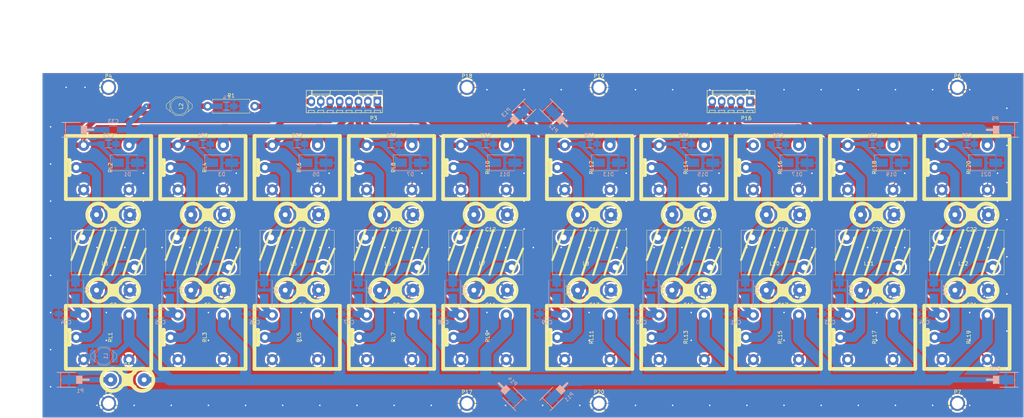
<source format=kicad_pcb>
(kicad_pcb (version 4) (host pcbnew 4.0.5)
  (layers (0 F.Cu signal) (31 B.Cu signal) (34 B.Paste user) (35 F.Paste user) (36 B.SilkS user) (37 F.SilkS user) (38 B.Mask user) (39 F.Mask user) (44 Edge.Cuts user))
  (net 0 "")
  (net 1 "Net-(C1-Pad1)")
  (net 2 "Net-(C1-Pad2)")
  (net 3 "Net-(C2-Pad1)")
  (net 4 GND)
  (net 5 "Net-(C3-Pad1)")
  (net 6 "Net-(C4-Pad2)")
  (net 7 "Net-(C5-Pad1)")
  (net 8 "Net-(C6-Pad1)")
  (net 9 "Net-(C7-Pad1)")
  (net 10 "Net-(C8-Pad1)")
  (net 11 "Net-(C9-Pad1)")
  (net 12 "Net-(C10-Pad1)")
  (net 13 "Net-(C11-Pad1)")
  (net 14 "Net-(C12-Pad1)")
  (net 15 "Net-(C13-Pad1)")
  (net 16 "Net-(C14-Pad1)")
  (net 17 "Net-(C15-Pad1)")
  (net 18 "Net-(C16-Pad1)")
  (net 19 "Net-(C17-Pad1)")
  (net 20 "Net-(C18-Pad1)")
  (net 21 "Net-(C19-Pad1)")
  (net 22 "Net-(C20-Pad1)")
  (net 23 "Net-(C21-Pad1)")
  (net 24 "Net-(C22-Pad1)")
  (net 25 "Net-(C23-Pad2)")
  (net 26 "Net-(C24-Pad2)")
  (net 27 "Net-(C25-Pad2)")
  (net 28 "Net-(C26-Pad2)")
  (net 29 "Net-(C27-Pad2)")
  (net 30 "Net-(C28-Pad2)")
  (net 31 "Net-(C29-Pad2)")
  (net 32 "Net-(C30-Pad2)")
  (net 33 "Net-(C31-Pad2)")
  (net 34 "Net-(C32-Pad2)")
  (net 35 "Net-(C33-Pad1)")
  (net 36 "Net-(C33-Pad2)")
  (net 37 "Net-(P3-Pad8)")
  (module Silver_Mica:silver_mica (layer F.Cu) (at 90.17 93.98)
    (fp_text reference C7 (at 0 4) (layer F.SilkS))
    (fp_text value C)
    (pad 1 thru_hole circle (at -4.5 0) (size 3.5 3.5) (drill 1.3) (layers *.Cu *.Mask) (net 9 "Net-(C7-Pad1)"))
    (pad 2 thru_hole circle (at 4.5 0) (size 3.5 3.5) (drill 1.3) (layers *.Cu *.Mask) (net 4 GND))
  )
  (module Silver_Mica:silver_mica (layer F.Cu) (at 43.18 118.11 180)
    (fp_text reference C1 (at 0 4 180) (layer F.SilkS))
    (fp_text value 10n/1kV)
    (pad 1 thru_hole circle (at -4.5 0 180) (size 3.5 3.5) (drill 1.3) (layers *.Cu *.Mask) (net 1 "Net-(C1-Pad1)"))
    (pad 2 thru_hole circle (at 4.5 0 180) (size 3.5 3.5) (drill 1.3) (layers *.Cu *.Mask) (net 2 "Net-(C1-Pad2)"))
  )
  (module Silver_Mica:silver_mica (layer F.Cu) (at 39.37 93.98)
    (fp_text reference C2 (at 0 4) (layer F.SilkS))
    (fp_text value C)
    (pad 1 thru_hole circle (at -4.5 0) (size 3.5 3.5) (drill 1.3) (layers *.Cu *.Mask) (net 3 "Net-(C2-Pad1)"))
    (pad 2 thru_hole circle (at 4.5 0) (size 3.5 3.5) (drill 1.3) (layers *.Cu *.Mask) (net 4 GND))
  )
  (module Silver_Mica:silver_mica (layer F.Cu) (at 39.37 73.66)
    (fp_text reference C3 (at 0 4) (layer F.SilkS))
    (fp_text value C)
    (pad 1 thru_hole circle (at -4.5 0) (size 3.5 3.5) (drill 1.3) (layers *.Cu *.Mask) (net 5 "Net-(C3-Pad1)"))
    (pad 2 thru_hole circle (at 4.5 0) (size 3.5 3.5) (drill 1.3) (layers *.Cu *.Mask) (net 4 GND))
  )
  (module Capacitors_SMD:C_1206_HandSoldering (layer B.Cu) (at 69.85 44.45 180)
    (fp_text reference C4 (at 0 2.3 180) (layer B.SilkS) (effects (justify mirror)))
    (fp_text value 100n)
    (pad 1 smd rect (at -2 0 180) (size 2 1.6) (layers B.Cu B.Paste B.Mask) (net 4 GND))
    (pad 2 smd rect (at 2 0 180) (size 2 1.6) (layers B.Cu B.Paste B.Mask) (net 6 "Net-(C4-Pad2)"))
  )
  (module Silver_Mica:silver_mica (layer F.Cu) (at 64.77 93.98)
    (fp_text reference C5 (at 0 4) (layer F.SilkS))
    (fp_text value C)
    (pad 1 thru_hole circle (at -4.5 0) (size 3.5 3.5) (drill 1.3) (layers *.Cu *.Mask) (net 7 "Net-(C5-Pad1)"))
    (pad 2 thru_hole circle (at 4.5 0) (size 3.5 3.5) (drill 1.3) (layers *.Cu *.Mask) (net 4 GND))
  )
  (module Silver_Mica:silver_mica (layer F.Cu) (at 64.77 73.66)
    (fp_text reference C6 (at 0 4) (layer F.SilkS))
    (fp_text value C)
    (pad 1 thru_hole circle (at -4.5 0) (size 3.5 3.5) (drill 1.3) (layers *.Cu *.Mask) (net 8 "Net-(C6-Pad1)"))
    (pad 2 thru_hole circle (at 4.5 0) (size 3.5 3.5) (drill 1.3) (layers *.Cu *.Mask) (net 4 GND))
  )
  (module Silver_Mica:silver_mica (layer F.Cu) (at 90.17 73.66)
    (fp_text reference C8 (at 0 4) (layer F.SilkS))
    (fp_text value C)
    (pad 1 thru_hole circle (at -4.5 0) (size 3.5 3.5) (drill 1.3) (layers *.Cu *.Mask) (net 10 "Net-(C8-Pad1)"))
    (pad 2 thru_hole circle (at 4.5 0) (size 3.5 3.5) (drill 1.3) (layers *.Cu *.Mask) (net 4 GND))
  )
  (module Silver_Mica:silver_mica (layer F.Cu) (at 115.57 93.98)
    (fp_text reference C9 (at 0 4) (layer F.SilkS))
    (fp_text value C)
    (pad 1 thru_hole circle (at -4.5 0) (size 3.5 3.5) (drill 1.3) (layers *.Cu *.Mask) (net 11 "Net-(C9-Pad1)"))
    (pad 2 thru_hole circle (at 4.5 0) (size 3.5 3.5) (drill 1.3) (layers *.Cu *.Mask) (net 4 GND))
  )
  (module Silver_Mica:silver_mica (layer F.Cu) (at 115.57 73.66)
    (fp_text reference C10 (at 0 4) (layer F.SilkS))
    (fp_text value C)
    (pad 1 thru_hole circle (at -4.5 0) (size 3.5 3.5) (drill 1.3) (layers *.Cu *.Mask) (net 12 "Net-(C10-Pad1)"))
    (pad 2 thru_hole circle (at 4.5 0) (size 3.5 3.5) (drill 1.3) (layers *.Cu *.Mask) (net 4 GND))
  )
  (module Silver_Mica:silver_mica (layer F.Cu) (at 140.97 93.98)
    (fp_text reference C11 (at 0 4) (layer F.SilkS))
    (fp_text value C)
    (pad 1 thru_hole circle (at -4.5 0) (size 3.5 3.5) (drill 1.3) (layers *.Cu *.Mask) (net 13 "Net-(C11-Pad1)"))
    (pad 2 thru_hole circle (at 4.5 0) (size 3.5 3.5) (drill 1.3) (layers *.Cu *.Mask) (net 4 GND))
  )
  (module Silver_Mica:silver_mica (layer F.Cu) (at 140.97 73.66)
    (fp_text reference C12 (at 0 4) (layer F.SilkS))
    (fp_text value C)
    (pad 1 thru_hole circle (at -4.5 0) (size 3.5 3.5) (drill 1.3) (layers *.Cu *.Mask) (net 14 "Net-(C12-Pad1)"))
    (pad 2 thru_hole circle (at 4.5 0) (size 3.5 3.5) (drill 1.3) (layers *.Cu *.Mask) (net 4 GND))
  )
  (module Silver_Mica:silver_mica (layer F.Cu) (at 168.91 93.98)
    (fp_text reference C13 (at 0 4) (layer F.SilkS))
    (fp_text value C)
    (pad 1 thru_hole circle (at -4.5 0) (size 3.5 3.5) (drill 1.3) (layers *.Cu *.Mask) (net 15 "Net-(C13-Pad1)"))
    (pad 2 thru_hole circle (at 4.5 0) (size 3.5 3.5) (drill 1.3) (layers *.Cu *.Mask) (net 4 GND))
  )
  (module Silver_Mica:silver_mica (layer F.Cu) (at 168.91 73.66)
    (fp_text reference C14 (at 0 4) (layer F.SilkS))
    (fp_text value C)
    (pad 1 thru_hole circle (at -4.5 0) (size 3.5 3.5) (drill 1.3) (layers *.Cu *.Mask) (net 16 "Net-(C14-Pad1)"))
    (pad 2 thru_hole circle (at 4.5 0) (size 3.5 3.5) (drill 1.3) (layers *.Cu *.Mask) (net 4 GND))
  )
  (module Silver_Mica:silver_mica (layer F.Cu) (at 194.31 93.98)
    (fp_text reference C15 (at 0 4) (layer F.SilkS))
    (fp_text value C)
    (pad 1 thru_hole circle (at -4.5 0) (size 3.5 3.5) (drill 1.3) (layers *.Cu *.Mask) (net 17 "Net-(C15-Pad1)"))
    (pad 2 thru_hole circle (at 4.5 0) (size 3.5 3.5) (drill 1.3) (layers *.Cu *.Mask) (net 4 GND))
  )
  (module Silver_Mica:silver_mica (layer F.Cu) (at 194.31 73.66)
    (fp_text reference C16 (at 0 4) (layer F.SilkS))
    (fp_text value C)
    (pad 1 thru_hole circle (at -4.5 0) (size 3.5 3.5) (drill 1.3) (layers *.Cu *.Mask) (net 18 "Net-(C16-Pad1)"))
    (pad 2 thru_hole circle (at 4.5 0) (size 3.5 3.5) (drill 1.3) (layers *.Cu *.Mask) (net 4 GND))
  )
  (module Silver_Mica:silver_mica (layer F.Cu) (at 219.71 93.98)
    (fp_text reference C17 (at 0 4) (layer F.SilkS))
    (fp_text value C)
    (pad 1 thru_hole circle (at -4.5 0) (size 3.5 3.5) (drill 1.3) (layers *.Cu *.Mask) (net 19 "Net-(C17-Pad1)"))
    (pad 2 thru_hole circle (at 4.5 0) (size 3.5 3.5) (drill 1.3) (layers *.Cu *.Mask) (net 4 GND))
  )
  (module Silver_Mica:silver_mica (layer F.Cu) (at 219.71 73.66)
    (fp_text reference C18 (at 0 4) (layer F.SilkS))
    (fp_text value C)
    (pad 1 thru_hole circle (at -4.5 0) (size 3.5 3.5) (drill 1.3) (layers *.Cu *.Mask) (net 20 "Net-(C18-Pad1)"))
    (pad 2 thru_hole circle (at 4.5 0) (size 3.5 3.5) (drill 1.3) (layers *.Cu *.Mask) (net 4 GND))
  )
  (module Silver_Mica:silver_mica (layer F.Cu) (at 245.11 93.98)
    (fp_text reference C19 (at 0 4) (layer F.SilkS))
    (fp_text value C)
    (pad 1 thru_hole circle (at -4.5 0) (size 3.5 3.5) (drill 1.3) (layers *.Cu *.Mask) (net 21 "Net-(C19-Pad1)"))
    (pad 2 thru_hole circle (at 4.5 0) (size 3.5 3.5) (drill 1.3) (layers *.Cu *.Mask) (net 4 GND))
  )
  (module Silver_Mica:silver_mica (layer F.Cu) (at 245.11 73.66)
    (fp_text reference C20 (at 0 4) (layer F.SilkS))
    (fp_text value C)
    (pad 1 thru_hole circle (at -4.5 0) (size 3.5 3.5) (drill 1.3) (layers *.Cu *.Mask) (net 22 "Net-(C20-Pad1)"))
    (pad 2 thru_hole circle (at 4.5 0) (size 3.5 3.5) (drill 1.3) (layers *.Cu *.Mask) (net 4 GND))
  )
  (module Silver_Mica:silver_mica (layer F.Cu) (at 270.51 93.98)
    (fp_text reference C21 (at 0 4) (layer F.SilkS))
    (fp_text value C)
    (pad 1 thru_hole circle (at -4.5 0) (size 3.5 3.5) (drill 1.3) (layers *.Cu *.Mask) (net 23 "Net-(C21-Pad1)"))
    (pad 2 thru_hole circle (at 4.5 0) (size 3.5 3.5) (drill 1.3) (layers *.Cu *.Mask) (net 4 GND))
  )
  (module Silver_Mica:silver_mica (layer F.Cu) (at 270.51 73.66)
    (fp_text reference C22 (at 0 4) (layer F.SilkS))
    (fp_text value C)
    (pad 1 thru_hole circle (at -4.5 0) (size 3.5 3.5) (drill 1.3) (layers *.Cu *.Mask) (net 24 "Net-(C22-Pad1)"))
    (pad 2 thru_hole circle (at 4.5 0) (size 3.5 3.5) (drill 1.3) (layers *.Cu *.Mask) (net 4 GND))
  )
  (module Capacitors_SMD:C_1206_HandSoldering (layer B.Cu) (at 38.1 54.61 180)
    (fp_text reference C23 (at 0 2.3 180) (layer B.SilkS) (effects (justify mirror)))
    (fp_text value 100n)
    (pad 1 smd rect (at -2 0 180) (size 2 1.6) (layers B.Cu B.Paste B.Mask) (net 4 GND))
    (pad 2 smd rect (at 2 0 180) (size 2 1.6) (layers B.Cu B.Paste B.Mask) (net 25 "Net-(C23-Pad2)"))
  )
  (module Capacitors_SMD:C_1206_HandSoldering (layer B.Cu) (at 63.5 54.61 180)
    (fp_text reference C24 (at 0 2.3 180) (layer B.SilkS) (effects (justify mirror)))
    (fp_text value 100n)
    (pad 1 smd rect (at -2 0 180) (size 2 1.6) (layers B.Cu B.Paste B.Mask) (net 4 GND))
    (pad 2 smd rect (at 2 0 180) (size 2 1.6) (layers B.Cu B.Paste B.Mask) (net 26 "Net-(C24-Pad2)"))
  )
  (module Capacitors_SMD:C_1206_HandSoldering (layer B.Cu) (at 88.9 54.61 180)
    (fp_text reference C25 (at 0 2.3 180) (layer B.SilkS) (effects (justify mirror)))
    (fp_text value 100n)
    (pad 1 smd rect (at -2 0 180) (size 2 1.6) (layers B.Cu B.Paste B.Mask) (net 4 GND))
    (pad 2 smd rect (at 2 0 180) (size 2 1.6) (layers B.Cu B.Paste B.Mask) (net 27 "Net-(C25-Pad2)"))
  )
  (module Capacitors_SMD:C_1206_HandSoldering (layer B.Cu) (at 114.3 54.61 180)
    (fp_text reference C26 (at 0 2.3 180) (layer B.SilkS) (effects (justify mirror)))
    (fp_text value 100n)
    (pad 1 smd rect (at -2 0 180) (size 2 1.6) (layers B.Cu B.Paste B.Mask) (net 4 GND))
    (pad 2 smd rect (at 2 0 180) (size 2 1.6) (layers B.Cu B.Paste B.Mask) (net 28 "Net-(C26-Pad2)"))
  )
  (module Capacitors_SMD:C_1206_HandSoldering (layer B.Cu) (at 139.7 54.61 180)
    (fp_text reference C27 (at 0 2.3 180) (layer B.SilkS) (effects (justify mirror)))
    (fp_text value 100n)
    (pad 1 smd rect (at -2 0 180) (size 2 1.6) (layers B.Cu B.Paste B.Mask) (net 4 GND))
    (pad 2 smd rect (at 2 0 180) (size 2 1.6) (layers B.Cu B.Paste B.Mask) (net 29 "Net-(C27-Pad2)"))
  )
  (module Capacitors_SMD:C_1206_HandSoldering (layer B.Cu) (at 167.64 54.61 180)
    (fp_text reference C28 (at 0 2.3 180) (layer B.SilkS) (effects (justify mirror)))
    (fp_text value 100n)
    (pad 1 smd rect (at -2 0 180) (size 2 1.6) (layers B.Cu B.Paste B.Mask) (net 4 GND))
    (pad 2 smd rect (at 2 0 180) (size 2 1.6) (layers B.Cu B.Paste B.Mask) (net 30 "Net-(C28-Pad2)"))
  )
  (module Capacitors_SMD:C_1206_HandSoldering (layer B.Cu) (at 193.04 54.61 180)
    (fp_text reference C29 (at 0 2.3 180) (layer B.SilkS) (effects (justify mirror)))
    (fp_text value 100n)
    (pad 1 smd rect (at -2 0 180) (size 2 1.6) (layers B.Cu B.Paste B.Mask) (net 4 GND))
    (pad 2 smd rect (at 2 0 180) (size 2 1.6) (layers B.Cu B.Paste B.Mask) (net 31 "Net-(C29-Pad2)"))
  )
  (module Capacitors_SMD:C_1206_HandSoldering (layer B.Cu) (at 218.44 54.61 180)
    (fp_text reference C30 (at 0 2.3 180) (layer B.SilkS) (effects (justify mirror)))
    (fp_text value 100n)
    (pad 1 smd rect (at -2 0 180) (size 2 1.6) (layers B.Cu B.Paste B.Mask) (net 4 GND))
    (pad 2 smd rect (at 2 0 180) (size 2 1.6) (layers B.Cu B.Paste B.Mask) (net 32 "Net-(C30-Pad2)"))
  )
  (module Capacitors_SMD:C_1206_HandSoldering (layer B.Cu) (at 243.84 54.61 180)
    (fp_text reference C31 (at 0 2.3 180) (layer B.SilkS) (effects (justify mirror)))
    (fp_text value 100n)
    (pad 1 smd rect (at -2 0 180) (size 2 1.6) (layers B.Cu B.Paste B.Mask) (net 4 GND))
    (pad 2 smd rect (at 2 0 180) (size 2 1.6) (layers B.Cu B.Paste B.Mask) (net 33 "Net-(C31-Pad2)"))
  )
  (module Capacitors_SMD:C_1206_HandSoldering (layer B.Cu) (at 269.24 54.61 180)
    (fp_text reference C32 (at 0 2.3 180) (layer B.SilkS) (effects (justify mirror)))
    (fp_text value 100n)
    (pad 1 smd rect (at -2 0 180) (size 2 1.6) (layers B.Cu B.Paste B.Mask) (net 4 GND))
    (pad 2 smd rect (at 2 0 180) (size 2 1.6) (layers B.Cu B.Paste B.Mask) (net 34 "Net-(C32-Pad2)"))
  )
  (module Capacitors_SMD:C_1206_HandSoldering (layer B.Cu) (at 39.37 50.8 180)
    (fp_text reference C33 (at 0 2.3 180) (layer B.SilkS) (effects (justify mirror)))
    (fp_text value "100nF 100V")
    (pad 1 smd rect (at -2 0 180) (size 2 1.6) (layers B.Cu B.Paste B.Mask) (net 35 "Net-(C33-Pad1)"))
    (pad 2 smd rect (at 2 0 180) (size 2 1.6) (layers B.Cu B.Paste B.Mask) (net 36 "Net-(C33-Pad2)"))
  )
  (module Wurt_1mH:Wurt_1mH (layer B.Cu) (at 36.83 111.76 270)
    (fp_text reference L1 (at 0 -0.5 270) (layer B.SilkS) (effects (justify mirror)))
    (fp_text value 1mH)
    (pad 1 smd rect (at 0 3 270) (size 3.6 1.6) (layers B.Cu B.Paste B.Mask) (net 4 GND))
    (pad 2 smd rect (at 0 -3 270) (size 3.6 1.6) (layers B.Cu B.Paste B.Mask) (net 1 "Net-(C1-Pad1)"))
  )
  (module Wurt_1mH:Wurt_1mH (layer F.Cu) (at 57.15 44.45 90)
    (fp_text reference L2 (at 0 0.5 90) (layer F.SilkS))
    (fp_text value 1mH)
    (pad 1 smd rect (at 0 -3 90) (size 3.6 1.6) (layers F.Cu F.Paste F.Mask) (net 35 "Net-(C33-Pad1)"))
    (pad 2 smd rect (at 0 3 90) (size 3.6 1.6) (layers F.Cu F.Paste F.Mask) (net 6 "Net-(C4-Pad2)"))
  )
  (module T80_60_V:T60_80_V (layer F.Cu) (at 38.1 83.82)
    (fp_text reference L3 (at -1 3) (layer F.SilkS))
    (fp_text value 10m-b)
    (pad 1 thru_hole circle (at -7 -4) (size 3.5 3.5) (drill 1.6) (layers *.Cu *.Mask) (net 5 "Net-(C3-Pad1)"))
    (pad 2 thru_hole circle (at 7 4) (size 3.5 3.5) (drill 1.6) (layers *.Cu *.Mask) (net 3 "Net-(C2-Pad1)"))
  )
  (module T80_60_V:T60_80_V (layer F.Cu) (at 63.5 83.82)
    (fp_text reference L4 (at -1 3) (layer F.SilkS))
    (fp_text value 10m-a)
    (pad 1 thru_hole circle (at -7 -4) (size 3.5 3.5) (drill 1.6) (layers *.Cu *.Mask) (net 8 "Net-(C6-Pad1)"))
    (pad 2 thru_hole circle (at 7 4) (size 3.5 3.5) (drill 1.6) (layers *.Cu *.Mask) (net 7 "Net-(C5-Pad1)"))
  )
  (module T80_60_V:T60_80_V (layer F.Cu) (at 88.9 83.82)
    (fp_text reference L5 (at -1 3) (layer F.SilkS))
    (fp_text value 12m)
    (pad 1 thru_hole circle (at -7 -4) (size 3.5 3.5) (drill 1.6) (layers *.Cu *.Mask) (net 10 "Net-(C8-Pad1)"))
    (pad 2 thru_hole circle (at 7 4) (size 3.5 3.5) (drill 1.6) (layers *.Cu *.Mask) (net 9 "Net-(C7-Pad1)"))
  )
  (module T80_60_V:T60_80_V (layer F.Cu) (at 114.3 83.82)
    (fp_text reference L6 (at -1 3) (layer F.SilkS))
    (fp_text value 15m)
    (pad 1 thru_hole circle (at -7 -4) (size 3.5 3.5) (drill 1.6) (layers *.Cu *.Mask) (net 12 "Net-(C10-Pad1)"))
    (pad 2 thru_hole circle (at 7 4) (size 3.5 3.5) (drill 1.6) (layers *.Cu *.Mask) (net 11 "Net-(C9-Pad1)"))
  )
  (module T80_60_V:T60_80_V (layer F.Cu) (at 139.7 83.82)
    (fp_text reference L7 (at -1 3) (layer F.SilkS))
    (fp_text value 17m)
    (pad 1 thru_hole circle (at -7 -4) (size 3.5 3.5) (drill 1.6) (layers *.Cu *.Mask) (net 14 "Net-(C12-Pad1)"))
    (pad 2 thru_hole circle (at 7 4) (size 3.5 3.5) (drill 1.6) (layers *.Cu *.Mask) (net 13 "Net-(C11-Pad1)"))
  )
  (module T80_60_V:T60_80_V (layer F.Cu) (at 167.64 83.82)
    (fp_text reference L8 (at -1 3) (layer F.SilkS))
    (fp_text value 20m)
    (pad 1 thru_hole circle (at -7 -4) (size 3.5 3.5) (drill 1.6) (layers *.Cu *.Mask) (net 16 "Net-(C14-Pad1)"))
    (pad 2 thru_hole circle (at 7 4) (size 3.5 3.5) (drill 1.6) (layers *.Cu *.Mask) (net 15 "Net-(C13-Pad1)"))
  )
  (module T80_60_V:T60_80_V (layer F.Cu) (at 193.04 83.82)
    (fp_text reference L9 (at -1 3) (layer F.SilkS))
    (fp_text value 30m)
    (pad 1 thru_hole circle (at -7 -4) (size 3.5 3.5) (drill 1.6) (layers *.Cu *.Mask) (net 18 "Net-(C16-Pad1)"))
    (pad 2 thru_hole circle (at 7 4) (size 3.5 3.5) (drill 1.6) (layers *.Cu *.Mask) (net 17 "Net-(C15-Pad1)"))
  )
  (module T80_60_V:T60_80_V (layer F.Cu) (at 218.44 83.82)
    (fp_text reference L10 (at -1 3) (layer F.SilkS))
    (fp_text value 40m)
    (pad 1 thru_hole circle (at -7 -4) (size 3.5 3.5) (drill 1.6) (layers *.Cu *.Mask) (net 20 "Net-(C18-Pad1)"))
    (pad 2 thru_hole circle (at 7 4) (size 3.5 3.5) (drill 1.6) (layers *.Cu *.Mask) (net 19 "Net-(C17-Pad1)"))
  )
  (module T80_60_V:T60_80_V (layer F.Cu) (at 243.84 83.82)
    (fp_text reference L11 (at -1 3) (layer F.SilkS))
    (fp_text value 80m)
    (pad 1 thru_hole circle (at -7 -4) (size 3.5 3.5) (drill 1.6) (layers *.Cu *.Mask) (net 22 "Net-(C20-Pad1)"))
    (pad 2 thru_hole circle (at 7 4) (size 3.5 3.5) (drill 1.6) (layers *.Cu *.Mask) (net 21 "Net-(C19-Pad1)"))
  )
  (module T80_60_V:T60_80_V (layer F.Cu) (at 269.24 83.82)
    (fp_text reference L12 (at -1 3) (layer F.SilkS))
    (fp_text value 160m)
    (pad 1 thru_hole circle (at -7 -4) (size 3.5 3.5) (drill 1.6) (layers *.Cu *.Mask) (net 24 "Net-(C22-Pad1)"))
    (pad 2 thru_hole circle (at 7 4) (size 3.5 3.5) (drill 1.6) (layers *.Cu *.Mask) (net 23 "Net-(C21-Pad1)"))
  )
  (module Coax_2mm:coax_2mm (layer B.Cu) (at 30.48 118.11 180)
    (fp_text reference P1 (at 0 -3 180) (layer B.SilkS) (effects (justify mirror)))
    (fp_text value "BNC Output")
    (pad 2 smd rect (at 3 0 180) (size 4 2.5) (layers B.Cu B.Paste B.Mask) (net 4 GND))
    (pad 1 smd rect (at -2 0 180) (size 3 1.3) (layers B.Cu B.Paste B.Mask) (net 2 "Net-(C1-Pad2)"))
  )
  (module Coax_2mm:coax_2mm (layer B.Cu) (at 31.75 50.8 180)
    (fp_text reference P2 (at 0 -3 180) (layer B.SilkS) (effects (justify mirror)))
    (fp_text value "BNC Input")
    (pad 2 smd rect (at 3 0 180) (size 4 2.5) (layers B.Cu B.Paste B.Mask) (net 4 GND))
    (pad 1 smd rect (at -2 0 180) (size 3 1.3) (layers B.Cu B.Paste B.Mask) (net 36 "Net-(C33-Pad2)"))
  )
  (module Connect:1pin (layer F.Cu) (at 38.1 39.37)
    (fp_text reference P4 (at 0 -3.048) (layer F.SilkS))
    (fp_text value CONN_01X01)
    (pad 1 thru_hole circle (at 0 0) (size 4.064 4.064) (drill 3.048) (layers *.Cu *.Mask) (net 4 GND))
  )
  (module Connect:1pin (layer F.Cu) (at 38.1 124.46)
    (fp_text reference P5 (at 0 -3.048) (layer F.SilkS))
    (fp_text value CONN_01X01)
    (pad 1 thru_hole circle (at 0 0) (size 4.064 4.064) (drill 3.048) (layers *.Cu *.Mask) (net 4 GND))
  )
  (module Connect:1pin (layer F.Cu) (at 266.7 39.37)
    (fp_text reference P6 (at 0 -3.048) (layer F.SilkS))
    (fp_text value CONN_01X01)
    (pad 1 thru_hole circle (at 0 0) (size 4.064 4.064) (drill 3.048) (layers *.Cu *.Mask) (net 4 GND))
  )
  (module Connect:1pin (layer F.Cu) (at 266.7 124.46)
    (fp_text reference P7 (at 0 -3.048) (layer F.SilkS))
    (fp_text value CONN_01X01)
    (pad 1 thru_hole circle (at 0 0) (size 4.064 4.064) (drill 3.048) (layers *.Cu *.Mask) (net 4 GND))
  )
  (module Omron_G5LE:Omron_G5LE (layer F.Cu) (at 38.1 106.68 90)
    (fp_text reference RL1 (at 0 0.5 90) (layer F.SilkS))
    (fp_text value Omron_G5LE)
    (pad 3 thru_hole circle (at 6 5.5 90) (size 3 3) (drill 1.5) (layers *.Cu *.Mask) (net 1 "Net-(C1-Pad1)"))
    (pad 4 thru_hole circle (at -6 5.5 90) (size 3 3) (drill 1.5) (layers *.Cu *.Mask) (net 4 GND))
    (pad 5 thru_hole circle (at -6 -6.7 90) (size 3 3) (drill 1.5) (layers *.Cu *.Mask) (net 4 GND))
    (pad 2 thru_hole circle (at 6 -6.7 90) (size 3 3) (drill 1.5) (layers *.Cu *.Mask) (net 25 "Net-(C23-Pad2)"))
    (pad 1 thru_hole circle (at 0 -8.7 90) (size 3 3) (drill 1.5) (layers *.Cu *.Mask) (net 3 "Net-(C2-Pad1)"))
  )
  (module Omron_G5LE:Omron_G5LE (layer F.Cu) (at 38.1 60.96 90)
    (fp_text reference RL2 (at 0 0.5 90) (layer F.SilkS))
    (fp_text value Omron_G5LE)
    (pad 3 thru_hole circle (at 6 5.5 90) (size 3 3) (drill 1.5) (layers *.Cu *.Mask) (net 35 "Net-(C33-Pad1)"))
    (pad 4 thru_hole circle (at -6 5.5 90) (size 3 3) (drill 1.5) (layers *.Cu *.Mask) (net 4 GND))
    (pad 5 thru_hole circle (at -6 -6.7 90) (size 3 3) (drill 1.5) (layers *.Cu *.Mask) (net 4 GND))
    (pad 2 thru_hole circle (at 6 -6.7 90) (size 3 3) (drill 1.5) (layers *.Cu *.Mask) (net 25 "Net-(C23-Pad2)"))
    (pad 1 thru_hole circle (at 0 -8.7 90) (size 3 3) (drill 1.5) (layers *.Cu *.Mask) (net 5 "Net-(C3-Pad1)"))
  )
  (module Omron_G5LE:Omron_G5LE (layer F.Cu) (at 63.5 106.68 90)
    (fp_text reference RL3 (at 0 0.5 90) (layer F.SilkS))
    (fp_text value Omron_G5LE)
    (pad 3 thru_hole circle (at 6 5.5 90) (size 3 3) (drill 1.5) (layers *.Cu *.Mask) (net 1 "Net-(C1-Pad1)"))
    (pad 4 thru_hole circle (at -6 5.5 90) (size 3 3) (drill 1.5) (layers *.Cu *.Mask) (net 4 GND))
    (pad 5 thru_hole circle (at -6 -6.7 90) (size 3 3) (drill 1.5) (layers *.Cu *.Mask) (net 4 GND))
    (pad 2 thru_hole circle (at 6 -6.7 90) (size 3 3) (drill 1.5) (layers *.Cu *.Mask) (net 26 "Net-(C24-Pad2)"))
    (pad 1 thru_hole circle (at 0 -8.7 90) (size 3 3) (drill 1.5) (layers *.Cu *.Mask) (net 7 "Net-(C5-Pad1)"))
  )
  (module Omron_G5LE:Omron_G5LE (layer F.Cu) (at 63.5 60.96 90)
    (fp_text reference RL4 (at 0 0.5 90) (layer F.SilkS))
    (fp_text value Omron_G5LE)
    (pad 3 thru_hole circle (at 6 5.5 90) (size 3 3) (drill 1.5) (layers *.Cu *.Mask) (net 35 "Net-(C33-Pad1)"))
    (pad 4 thru_hole circle (at -6 5.5 90) (size 3 3) (drill 1.5) (layers *.Cu *.Mask) (net 4 GND))
    (pad 5 thru_hole circle (at -6 -6.7 90) (size 3 3) (drill 1.5) (layers *.Cu *.Mask) (net 4 GND))
    (pad 2 thru_hole circle (at 6 -6.7 90) (size 3 3) (drill 1.5) (layers *.Cu *.Mask) (net 26 "Net-(C24-Pad2)"))
    (pad 1 thru_hole circle (at 0 -8.7 90) (size 3 3) (drill 1.5) (layers *.Cu *.Mask) (net 8 "Net-(C6-Pad1)"))
  )
  (module Omron_G5LE:Omron_G5LE (layer F.Cu) (at 88.9 106.68 90)
    (fp_text reference RL5 (at 0 0.5 90) (layer F.SilkS))
    (fp_text value Omron_G5LE)
    (pad 3 thru_hole circle (at 6 5.5 90) (size 3 3) (drill 1.5) (layers *.Cu *.Mask) (net 1 "Net-(C1-Pad1)"))
    (pad 4 thru_hole circle (at -6 5.5 90) (size 3 3) (drill 1.5) (layers *.Cu *.Mask) (net 4 GND))
    (pad 5 thru_hole circle (at -6 -6.7 90) (size 3 3) (drill 1.5) (layers *.Cu *.Mask) (net 4 GND))
    (pad 2 thru_hole circle (at 6 -6.7 90) (size 3 3) (drill 1.5) (layers *.Cu *.Mask) (net 27 "Net-(C25-Pad2)"))
    (pad 1 thru_hole circle (at 0 -8.7 90) (size 3 3) (drill 1.5) (layers *.Cu *.Mask) (net 9 "Net-(C7-Pad1)"))
  )
  (module Omron_G5LE:Omron_G5LE (layer F.Cu) (at 88.9 60.96 90)
    (fp_text reference RL6 (at 0 0.5 90) (layer F.SilkS))
    (fp_text value Omron_G5LE)
    (pad 3 thru_hole circle (at 6 5.5 90) (size 3 3) (drill 1.5) (layers *.Cu *.Mask) (net 35 "Net-(C33-Pad1)"))
    (pad 4 thru_hole circle (at -6 5.5 90) (size 3 3) (drill 1.5) (layers *.Cu *.Mask) (net 4 GND))
    (pad 5 thru_hole circle (at -6 -6.7 90) (size 3 3) (drill 1.5) (layers *.Cu *.Mask) (net 4 GND))
    (pad 2 thru_hole circle (at 6 -6.7 90) (size 3 3) (drill 1.5) (layers *.Cu *.Mask) (net 27 "Net-(C25-Pad2)"))
    (pad 1 thru_hole circle (at 0 -8.7 90) (size 3 3) (drill 1.5) (layers *.Cu *.Mask) (net 10 "Net-(C8-Pad1)"))
  )
  (module Omron_G5LE:Omron_G5LE (layer F.Cu) (at 114.3 106.68 90)
    (fp_text reference RL7 (at 0 0.5 90) (layer F.SilkS))
    (fp_text value Omron_G5LE)
    (pad 3 thru_hole circle (at 6 5.5 90) (size 3 3) (drill 1.5) (layers *.Cu *.Mask) (net 1 "Net-(C1-Pad1)"))
    (pad 4 thru_hole circle (at -6 5.5 90) (size 3 3) (drill 1.5) (layers *.Cu *.Mask) (net 4 GND))
    (pad 5 thru_hole circle (at -6 -6.7 90) (size 3 3) (drill 1.5) (layers *.Cu *.Mask) (net 4 GND))
    (pad 2 thru_hole circle (at 6 -6.7 90) (size 3 3) (drill 1.5) (layers *.Cu *.Mask) (net 28 "Net-(C26-Pad2)"))
    (pad 1 thru_hole circle (at 0 -8.7 90) (size 3 3) (drill 1.5) (layers *.Cu *.Mask) (net 11 "Net-(C9-Pad1)"))
  )
  (module Omron_G5LE:Omron_G5LE (layer F.Cu) (at 114.3 60.96 90)
    (fp_text reference RL8 (at 0 0.5 90) (layer F.SilkS))
    (fp_text value Omron_G5LE)
    (pad 3 thru_hole circle (at 6 5.5 90) (size 3 3) (drill 1.5) (layers *.Cu *.Mask) (net 35 "Net-(C33-Pad1)"))
    (pad 4 thru_hole circle (at -6 5.5 90) (size 3 3) (drill 1.5) (layers *.Cu *.Mask) (net 4 GND))
    (pad 5 thru_hole circle (at -6 -6.7 90) (size 3 3) (drill 1.5) (layers *.Cu *.Mask) (net 4 GND))
    (pad 2 thru_hole circle (at 6 -6.7 90) (size 3 3) (drill 1.5) (layers *.Cu *.Mask) (net 28 "Net-(C26-Pad2)"))
    (pad 1 thru_hole circle (at 0 -8.7 90) (size 3 3) (drill 1.5) (layers *.Cu *.Mask) (net 12 "Net-(C10-Pad1)"))
  )
  (module Omron_G5LE:Omron_G5LE (layer F.Cu) (at 139.7 106.68 90)
    (fp_text reference RL9 (at 0 0.5 90) (layer F.SilkS))
    (fp_text value Omron_G5LE)
    (pad 3 thru_hole circle (at 6 5.5 90) (size 3 3) (drill 1.5) (layers *.Cu *.Mask) (net 1 "Net-(C1-Pad1)"))
    (pad 4 thru_hole circle (at -6 5.5 90) (size 3 3) (drill 1.5) (layers *.Cu *.Mask) (net 4 GND))
    (pad 5 thru_hole circle (at -6 -6.7 90) (size 3 3) (drill 1.5) (layers *.Cu *.Mask) (net 4 GND))
    (pad 2 thru_hole circle (at 6 -6.7 90) (size 3 3) (drill 1.5) (layers *.Cu *.Mask) (net 29 "Net-(C27-Pad2)"))
    (pad 1 thru_hole circle (at 0 -8.7 90) (size 3 3) (drill 1.5) (layers *.Cu *.Mask) (net 13 "Net-(C11-Pad1)"))
  )
  (module Omron_G5LE:Omron_G5LE (layer F.Cu) (at 139.7 60.96 90)
    (fp_text reference RL10 (at 0 0.5 90) (layer F.SilkS))
    (fp_text value Omron_G5LE)
    (pad 3 thru_hole circle (at 6 5.5 90) (size 3 3) (drill 1.5) (layers *.Cu *.Mask) (net 35 "Net-(C33-Pad1)"))
    (pad 4 thru_hole circle (at -6 5.5 90) (size 3 3) (drill 1.5) (layers *.Cu *.Mask) (net 4 GND))
    (pad 5 thru_hole circle (at -6 -6.7 90) (size 3 3) (drill 1.5) (layers *.Cu *.Mask) (net 4 GND))
    (pad 2 thru_hole circle (at 6 -6.7 90) (size 3 3) (drill 1.5) (layers *.Cu *.Mask) (net 29 "Net-(C27-Pad2)"))
    (pad 1 thru_hole circle (at 0 -8.7 90) (size 3 3) (drill 1.5) (layers *.Cu *.Mask) (net 14 "Net-(C12-Pad1)"))
  )
  (module Omron_G5LE:Omron_G5LE (layer F.Cu) (at 167.64 106.68 90)
    (fp_text reference RL11 (at 0 0.5 90) (layer F.SilkS))
    (fp_text value Omron_G5LE)
    (pad 3 thru_hole circle (at 6 5.5 90) (size 3 3) (drill 1.5) (layers *.Cu *.Mask) (net 1 "Net-(C1-Pad1)"))
    (pad 4 thru_hole circle (at -6 5.5 90) (size 3 3) (drill 1.5) (layers *.Cu *.Mask) (net 4 GND))
    (pad 5 thru_hole circle (at -6 -6.7 90) (size 3 3) (drill 1.5) (layers *.Cu *.Mask) (net 4 GND))
    (pad 2 thru_hole circle (at 6 -6.7 90) (size 3 3) (drill 1.5) (layers *.Cu *.Mask) (net 30 "Net-(C28-Pad2)"))
    (pad 1 thru_hole circle (at 0 -8.7 90) (size 3 3) (drill 1.5) (layers *.Cu *.Mask) (net 15 "Net-(C13-Pad1)"))
  )
  (module Omron_G5LE:Omron_G5LE (layer F.Cu) (at 167.64 60.96 90)
    (fp_text reference RL12 (at 0 0.5 90) (layer F.SilkS))
    (fp_text value Omron_G5LE)
    (pad 3 thru_hole circle (at 6 5.5 90) (size 3 3) (drill 1.5) (layers *.Cu *.Mask) (net 35 "Net-(C33-Pad1)"))
    (pad 4 thru_hole circle (at -6 5.5 90) (size 3 3) (drill 1.5) (layers *.Cu *.Mask) (net 4 GND))
    (pad 5 thru_hole circle (at -6 -6.7 90) (size 3 3) (drill 1.5) (layers *.Cu *.Mask) (net 4 GND))
    (pad 2 thru_hole circle (at 6 -6.7 90) (size 3 3) (drill 1.5) (layers *.Cu *.Mask) (net 30 "Net-(C28-Pad2)"))
    (pad 1 thru_hole circle (at 0 -8.7 90) (size 3 3) (drill 1.5) (layers *.Cu *.Mask) (net 16 "Net-(C14-Pad1)"))
  )
  (module Omron_G5LE:Omron_G5LE (layer F.Cu) (at 193.04 106.68 90)
    (fp_text reference RL13 (at 0 0.5 90) (layer F.SilkS))
    (fp_text value Omron_G5LE)
    (pad 3 thru_hole circle (at 6 5.5 90) (size 3 3) (drill 1.5) (layers *.Cu *.Mask) (net 1 "Net-(C1-Pad1)"))
    (pad 4 thru_hole circle (at -6 5.5 90) (size 3 3) (drill 1.5) (layers *.Cu *.Mask) (net 4 GND))
    (pad 5 thru_hole circle (at -6 -6.7 90) (size 3 3) (drill 1.5) (layers *.Cu *.Mask) (net 4 GND))
    (pad 2 thru_hole circle (at 6 -6.7 90) (size 3 3) (drill 1.5) (layers *.Cu *.Mask) (net 31 "Net-(C29-Pad2)"))
    (pad 1 thru_hole circle (at 0 -8.7 90) (size 3 3) (drill 1.5) (layers *.Cu *.Mask) (net 17 "Net-(C15-Pad1)"))
  )
  (module Omron_G5LE:Omron_G5LE (layer F.Cu) (at 193.04 60.96 90)
    (fp_text reference RL14 (at 0 0.5 90) (layer F.SilkS))
    (fp_text value Omron_G5LE)
    (pad 3 thru_hole circle (at 6 5.5 90) (size 3 3) (drill 1.5) (layers *.Cu *.Mask) (net 35 "Net-(C33-Pad1)"))
    (pad 4 thru_hole circle (at -6 5.5 90) (size 3 3) (drill 1.5) (layers *.Cu *.Mask) (net 4 GND))
    (pad 5 thru_hole circle (at -6 -6.7 90) (size 3 3) (drill 1.5) (layers *.Cu *.Mask) (net 4 GND))
    (pad 2 thru_hole circle (at 6 -6.7 90) (size 3 3) (drill 1.5) (layers *.Cu *.Mask) (net 31 "Net-(C29-Pad2)"))
    (pad 1 thru_hole circle (at 0 -8.7 90) (size 3 3) (drill 1.5) (layers *.Cu *.Mask) (net 18 "Net-(C16-Pad1)"))
  )
  (module Omron_G5LE:Omron_G5LE (layer F.Cu) (at 218.44 106.68 90)
    (fp_text reference RL15 (at 0 0.5 90) (layer F.SilkS))
    (fp_text value Omron_G5LE)
    (pad 3 thru_hole circle (at 6 5.5 90) (size 3 3) (drill 1.5) (layers *.Cu *.Mask) (net 1 "Net-(C1-Pad1)"))
    (pad 4 thru_hole circle (at -6 5.5 90) (size 3 3) (drill 1.5) (layers *.Cu *.Mask) (net 4 GND))
    (pad 5 thru_hole circle (at -6 -6.7 90) (size 3 3) (drill 1.5) (layers *.Cu *.Mask) (net 4 GND))
    (pad 2 thru_hole circle (at 6 -6.7 90) (size 3 3) (drill 1.5) (layers *.Cu *.Mask) (net 32 "Net-(C30-Pad2)"))
    (pad 1 thru_hole circle (at 0 -8.7 90) (size 3 3) (drill 1.5) (layers *.Cu *.Mask) (net 19 "Net-(C17-Pad1)"))
  )
  (module Omron_G5LE:Omron_G5LE (layer F.Cu) (at 218.44 60.96 90)
    (fp_text reference RL16 (at 0 0.5 90) (layer F.SilkS))
    (fp_text value Omron_G5LE)
    (pad 3 thru_hole circle (at 6 5.5 90) (size 3 3) (drill 1.5) (layers *.Cu *.Mask) (net 35 "Net-(C33-Pad1)"))
    (pad 4 thru_hole circle (at -6 5.5 90) (size 3 3) (drill 1.5) (layers *.Cu *.Mask) (net 4 GND))
    (pad 5 thru_hole circle (at -6 -6.7 90) (size 3 3) (drill 1.5) (layers *.Cu *.Mask) (net 4 GND))
    (pad 2 thru_hole circle (at 6 -6.7 90) (size 3 3) (drill 1.5) (layers *.Cu *.Mask) (net 32 "Net-(C30-Pad2)"))
    (pad 1 thru_hole circle (at 0 -8.7 90) (size 3 3) (drill 1.5) (layers *.Cu *.Mask) (net 20 "Net-(C18-Pad1)"))
  )
  (module Omron_G5LE:Omron_G5LE (layer F.Cu) (at 243.84 106.68 90)
    (fp_text reference RL17 (at 0 0.5 90) (layer F.SilkS))
    (fp_text value Omron_G5LE)
    (pad 3 thru_hole circle (at 6 5.5 90) (size 3 3) (drill 1.5) (layers *.Cu *.Mask) (net 1 "Net-(C1-Pad1)"))
    (pad 4 thru_hole circle (at -6 5.5 90) (size 3 3) (drill 1.5) (layers *.Cu *.Mask) (net 4 GND))
    (pad 5 thru_hole circle (at -6 -6.7 90) (size 3 3) (drill 1.5) (layers *.Cu *.Mask) (net 4 GND))
    (pad 2 thru_hole circle (at 6 -6.7 90) (size 3 3) (drill 1.5) (layers *.Cu *.Mask) (net 33 "Net-(C31-Pad2)"))
    (pad 1 thru_hole circle (at 0 -8.7 90) (size 3 3) (drill 1.5) (layers *.Cu *.Mask) (net 21 "Net-(C19-Pad1)"))
  )
  (module Omron_G5LE:Omron_G5LE (layer F.Cu) (at 243.84 60.96 90)
    (fp_text reference RL18 (at 0 0.5 90) (layer F.SilkS))
    (fp_text value Omron_G5LE)
    (pad 3 thru_hole circle (at 6 5.5 90) (size 3 3) (drill 1.5) (layers *.Cu *.Mask) (net 35 "Net-(C33-Pad1)"))
    (pad 4 thru_hole circle (at -6 5.5 90) (size 3 3) (drill 1.5) (layers *.Cu *.Mask) (net 4 GND))
    (pad 5 thru_hole circle (at -6 -6.7 90) (size 3 3) (drill 1.5) (layers *.Cu *.Mask) (net 4 GND))
    (pad 2 thru_hole circle (at 6 -6.7 90) (size 3 3) (drill 1.5) (layers *.Cu *.Mask) (net 33 "Net-(C31-Pad2)"))
    (pad 1 thru_hole circle (at 0 -8.7 90) (size 3 3) (drill 1.5) (layers *.Cu *.Mask) (net 22 "Net-(C20-Pad1)"))
  )
  (module Omron_G5LE:Omron_G5LE (layer F.Cu) (at 269.24 106.68 90)
    (fp_text reference RL19 (at 0 0.5 90) (layer F.SilkS))
    (fp_text value Omron_G5LE)
    (pad 3 thru_hole circle (at 6 5.5 90) (size 3 3) (drill 1.5) (layers *.Cu *.Mask) (net 1 "Net-(C1-Pad1)"))
    (pad 4 thru_hole circle (at -6 5.5 90) (size 3 3) (drill 1.5) (layers *.Cu *.Mask) (net 4 GND))
    (pad 5 thru_hole circle (at -6 -6.7 90) (size 3 3) (drill 1.5) (layers *.Cu *.Mask) (net 4 GND))
    (pad 2 thru_hole circle (at 6 -6.7 90) (size 3 3) (drill 1.5) (layers *.Cu *.Mask) (net 34 "Net-(C32-Pad2)"))
    (pad 1 thru_hole circle (at 0 -8.7 90) (size 3 3) (drill 1.5) (layers *.Cu *.Mask) (net 23 "Net-(C21-Pad1)"))
  )
  (module Omron_G5LE:Omron_G5LE (layer F.Cu) (at 269.24 60.96 90)
    (fp_text reference RL20 (at 0 0.5 90) (layer F.SilkS))
    (fp_text value Omron_G5LE)
    (pad 3 thru_hole circle (at 6 5.5 90) (size 3 3) (drill 1.5) (layers *.Cu *.Mask) (net 35 "Net-(C33-Pad1)"))
    (pad 4 thru_hole circle (at -6 5.5 90) (size 3 3) (drill 1.5) (layers *.Cu *.Mask) (net 4 GND))
    (pad 5 thru_hole circle (at -6 -6.7 90) (size 3 3) (drill 1.5) (layers *.Cu *.Mask) (net 4 GND))
    (pad 2 thru_hole circle (at 6 -6.7 90) (size 3 3) (drill 1.5) (layers *.Cu *.Mask) (net 34 "Net-(C32-Pad2)"))
    (pad 1 thru_hole circle (at 0 -8.7 90) (size 3 3) (drill 1.5) (layers *.Cu *.Mask) (net 24 "Net-(C22-Pad1)"))
  )
  (module Connectors_Molex:Molex_KK-6410-08_08x2.54mm_Straight (layer F.Cu) (at 110.49 43.18 180)
    (fp_text reference P3 (at 1 -4.5 180) (layer F.SilkS))
    (fp_text value CONN_01X08)
    (pad 1 thru_hole rect (at 0 0 180) (size 2 2.6) (drill 1.2) (layers *.Cu *.Mask) (net 30 "Net-(C28-Pad2)"))
    (pad 2 thru_hole oval (at 2.54 0 180) (size 2 2.6) (drill 1.2) (layers *.Cu *.Mask) (net 29 "Net-(C27-Pad2)"))
    (pad 3 thru_hole oval (at 5.08 0 180) (size 2 2.6) (drill 1.2) (layers *.Cu *.Mask) (net 28 "Net-(C26-Pad2)"))
    (pad 4 thru_hole oval (at 7.62 0 180) (size 2 2.6) (drill 1.2) (layers *.Cu *.Mask) (net 27 "Net-(C25-Pad2)"))
    (pad 5 thru_hole oval (at 10.16 0 180) (size 2 2.6) (drill 1.2) (layers *.Cu *.Mask) (net 26 "Net-(C24-Pad2)"))
    (pad 6 thru_hole oval (at 12.7 0 180) (size 2 2.6) (drill 1.2) (layers *.Cu *.Mask) (net 25 "Net-(C23-Pad2)"))
    (pad 7 thru_hole oval (at 15.24 0 180) (size 2 2.6) (drill 1.2) (layers *.Cu *.Mask) (net 4 GND))
    (pad 8 thru_hole oval (at 17.78 0 180) (size 2 2.6) (drill 1.2) (layers *.Cu *.Mask) (net 37 "Net-(P3-Pad8)"))
  )
  (module Coax_2mm:coax_2mm (layer B.Cu) (at 276.86 50.8)
    (fp_text reference P9 (at 0 -3) (layer B.SilkS) (effects (justify mirror)))
    (fp_text value BNC)
    (pad 2 smd rect (at 3 0) (size 4 2.5) (layers B.Cu B.Paste B.Mask) (net 4 GND))
    (pad 1 smd rect (at -2 0) (size 3 1.3) (layers B.Cu B.Paste B.Mask) (net 35 "Net-(C33-Pad1)"))
  )
  (module Coax_2mm:coax_2mm (layer B.Cu) (at 276.86 118.11)
    (fp_text reference P10 (at 0 -3) (layer B.SilkS) (effects (justify mirror)))
    (fp_text value BNC)
    (pad 2 smd rect (at 3 0) (size 4 2.5) (layers B.Cu B.Paste B.Mask) (net 4 GND))
    (pad 1 smd rect (at -2 0) (size 3 1.3) (layers B.Cu B.Paste B.Mask) (net 1 "Net-(C1-Pad1)"))
  )
  (module Coax_2mm:coax_2mm (layer B.Cu) (at 160.02 120.65 225)
    (fp_text reference P11 (at 0 -3 225) (layer B.SilkS) (effects (justify mirror)))
    (fp_text value BNC)
    (pad 2 smd rect (at 3 0 225) (size 4 2.5) (layers B.Cu B.Paste B.Mask) (net 4 GND))
    (pad 1 smd rect (at -2 0 225) (size 3 1.3) (layers B.Cu B.Paste B.Mask) (net 1 "Net-(C1-Pad1)"))
  )
  (module Coax_2mm:coax_2mm (layer B.Cu) (at 160.02 48.26 135)
    (fp_text reference P12 (at 0 -3 135) (layer B.SilkS) (effects (justify mirror)))
    (fp_text value BNC)
    (pad 2 smd rect (at 3 0 135) (size 4 2.5) (layers B.Cu B.Paste B.Mask) (net 4 GND))
    (pad 1 smd rect (at -2 0 135) (size 3 1.3) (layers B.Cu B.Paste B.Mask) (net 35 "Net-(C33-Pad1)"))
  )
  (module Coax_2mm:coax_2mm (layer B.Cu) (at 147.32 48.26 45)
    (fp_text reference P13 (at 0 -3 45) (layer B.SilkS) (effects (justify mirror)))
    (fp_text value BNC)
    (pad 2 smd rect (at 3 0 45) (size 4 2.5) (layers B.Cu B.Paste B.Mask) (net 4 GND))
    (pad 1 smd rect (at -2 0 45) (size 3 1.3) (layers B.Cu B.Paste B.Mask) (net 35 "Net-(C33-Pad1)"))
  )
  (module Coax_2mm:coax_2mm (layer B.Cu) (at 144.78 120.65 315)
    (fp_text reference P14 (at 0 -3 315) (layer B.SilkS) (effects (justify mirror)))
    (fp_text value BNC)
    (pad 2 smd rect (at 3 0 315) (size 4 2.5) (layers B.Cu B.Paste B.Mask) (net 4 GND))
    (pad 1 smd rect (at -2 0 315) (size 3 1.3) (layers B.Cu B.Paste B.Mask) (net 1 "Net-(C1-Pad1)"))
  )
  (module Connectors_Molex:Molex_KK-6410-05_05x2.54mm_Straight (layer F.Cu) (at 210.82 43.18 180)
    (fp_text reference P16 (at 1 -4.5 180) (layer F.SilkS))
    (fp_text value CONN_01X05)
    (pad 1 thru_hole rect (at 0 0 180) (size 2 2.6) (drill 1.2) (layers *.Cu *.Mask) (net 34 "Net-(C32-Pad2)"))
    (pad 2 thru_hole oval (at 2.54 0 180) (size 2 2.6) (drill 1.2) (layers *.Cu *.Mask) (net 33 "Net-(C31-Pad2)"))
    (pad 3 thru_hole oval (at 5.08 0 180) (size 2 2.6) (drill 1.2) (layers *.Cu *.Mask) (net 32 "Net-(C30-Pad2)"))
    (pad 4 thru_hole oval (at 7.62 0 180) (size 2 2.6) (drill 1.2) (layers *.Cu *.Mask) (net 31 "Net-(C29-Pad2)"))
    (pad 5 thru_hole oval (at 10.16 0 180) (size 2 2.6) (drill 1.2) (layers *.Cu *.Mask) (net 30 "Net-(C28-Pad2)"))
  )
  (module Resistors_ThroughHole:R_Axial_DIN0411_L9.9mm_D3.6mm_P12.70mm_Horizontal (layer F.Cu) (at 64.77 44.45)
    (fp_text reference R1 (at 6.35 -2.86) (layer F.SilkS))
    (fp_text value 500-1/4W)
    (pad 1 thru_hole circle (at 0 0) (size 2.4 2.4) (drill 1.2) (layers *.Cu *.Mask) (net 6 "Net-(C4-Pad2)"))
    (pad 2 thru_hole oval (at 12.7 0) (size 2.4 2.4) (drill 1.2) (layers *.Cu *.Mask) (net 37 "Net-(P3-Pad8)"))
  )
  (module Diodes_SMD:D_SMB_Handsoldering (layer B.Cu) (at 43.18 59.69)
    (fp_text reference D1 (at 0 3.1) (layer B.SilkS) (effects (justify mirror)))
    (fp_text value diode)
    (pad 1 smd rect (at -2.7 0) (size 3.5 2.3) (layers B.Cu B.Paste B.Mask) (net 25 "Net-(C23-Pad2)"))
    (pad 2 smd rect (at 2.7 0) (size 3.5 2.3) (layers B.Cu B.Paste B.Mask) (net 4 GND))
  )
  (module Diodes_SMD:D_SMB_Handsoldering (layer B.Cu) (at 29.21 93.98 90)
    (fp_text reference D2 (at 0 3.1 90) (layer B.SilkS) (effects (justify mirror)))
    (fp_text value diode)
    (pad 1 smd rect (at -2.7 0 90) (size 3.5 2.3) (layers B.Cu B.Paste B.Mask) (net 25 "Net-(C23-Pad2)"))
    (pad 2 smd rect (at 2.7 0 90) (size 3.5 2.3) (layers B.Cu B.Paste B.Mask) (net 4 GND))
  )
  (module Diodes_SMD:D_SMB_Handsoldering (layer B.Cu) (at 68.58 59.69)
    (fp_text reference D3 (at 0 3.1) (layer B.SilkS) (effects (justify mirror)))
    (fp_text value diode)
    (pad 1 smd rect (at -2.7 0) (size 3.5 2.3) (layers B.Cu B.Paste B.Mask) (net 26 "Net-(C24-Pad2)"))
    (pad 2 smd rect (at 2.7 0) (size 3.5 2.3) (layers B.Cu B.Paste B.Mask) (net 4 GND))
  )
  (module Diodes_SMD:D_SMB_Handsoldering (layer B.Cu) (at 54.61 93.98 90)
    (fp_text reference D4 (at 0 3.1 90) (layer B.SilkS) (effects (justify mirror)))
    (fp_text value diode)
    (pad 1 smd rect (at -2.7 0 90) (size 3.5 2.3) (layers B.Cu B.Paste B.Mask) (net 26 "Net-(C24-Pad2)"))
    (pad 2 smd rect (at 2.7 0 90) (size 3.5 2.3) (layers B.Cu B.Paste B.Mask) (net 4 GND))
  )
  (module Diodes_SMD:D_SMB_Handsoldering (layer B.Cu) (at 93.98 59.69)
    (fp_text reference D5 (at 0 3.1) (layer B.SilkS) (effects (justify mirror)))
    (fp_text value diode)
    (pad 1 smd rect (at -2.7 0) (size 3.5 2.3) (layers B.Cu B.Paste B.Mask) (net 27 "Net-(C25-Pad2)"))
    (pad 2 smd rect (at 2.7 0) (size 3.5 2.3) (layers B.Cu B.Paste B.Mask) (net 4 GND))
  )
  (module Diodes_SMD:D_SMB_Handsoldering (layer B.Cu) (at 80.01 93.98 90)
    (fp_text reference D6 (at 0 3.1 90) (layer B.SilkS) (effects (justify mirror)))
    (fp_text value diode)
    (pad 1 smd rect (at -2.7 0 90) (size 3.5 2.3) (layers B.Cu B.Paste B.Mask) (net 27 "Net-(C25-Pad2)"))
    (pad 2 smd rect (at 2.7 0 90) (size 3.5 2.3) (layers B.Cu B.Paste B.Mask) (net 4 GND))
  )
  (module Diodes_SMD:D_SMB_Handsoldering (layer B.Cu) (at 119.38 59.69)
    (fp_text reference D7 (at 0 3.1) (layer B.SilkS) (effects (justify mirror)))
    (fp_text value diode)
    (pad 1 smd rect (at -2.7 0) (size 3.5 2.3) (layers B.Cu B.Paste B.Mask) (net 28 "Net-(C26-Pad2)"))
    (pad 2 smd rect (at 2.7 0) (size 3.5 2.3) (layers B.Cu B.Paste B.Mask) (net 4 GND))
  )
  (module Diodes_SMD:D_SMB_Handsoldering (layer B.Cu) (at 105.41 93.98 90)
    (fp_text reference D8 (at 0 3.1 90) (layer B.SilkS) (effects (justify mirror)))
    (fp_text value diode)
    (pad 1 smd rect (at -2.7 0 90) (size 3.5 2.3) (layers B.Cu B.Paste B.Mask) (net 28 "Net-(C26-Pad2)"))
    (pad 2 smd rect (at 2.7 0 90) (size 3.5 2.3) (layers B.Cu B.Paste B.Mask) (net 4 GND))
  )
  (module Diodes_SMD:D_SMB_Handsoldering (layer B.Cu) (at 130.81 93.98 90)
    (fp_text reference D10 (at 0 3.1 90) (layer B.SilkS) (effects (justify mirror)))
    (fp_text value diode)
    (pad 1 smd rect (at -2.7 0 90) (size 3.5 2.3) (layers B.Cu B.Paste B.Mask) (net 29 "Net-(C27-Pad2)"))
    (pad 2 smd rect (at 2.7 0 90) (size 3.5 2.3) (layers B.Cu B.Paste B.Mask) (net 4 GND))
  )
  (module Diodes_SMD:D_SMB_Handsoldering (layer B.Cu) (at 144.78 59.69)
    (fp_text reference D11 (at 0 3.1) (layer B.SilkS) (effects (justify mirror)))
    (fp_text value diode)
    (pad 1 smd rect (at -2.7 0) (size 3.5 2.3) (layers B.Cu B.Paste B.Mask) (net 29 "Net-(C27-Pad2)"))
    (pad 2 smd rect (at 2.7 0) (size 3.5 2.3) (layers B.Cu B.Paste B.Mask) (net 4 GND))
  )
  (module Diodes_SMD:D_SMB_Handsoldering (layer B.Cu) (at 158.75 93.98 90)
    (fp_text reference D12 (at 0 3.1 90) (layer B.SilkS) (effects (justify mirror)))
    (fp_text value diode)
    (pad 1 smd rect (at -2.7 0 90) (size 3.5 2.3) (layers B.Cu B.Paste B.Mask) (net 30 "Net-(C28-Pad2)"))
    (pad 2 smd rect (at 2.7 0 90) (size 3.5 2.3) (layers B.Cu B.Paste B.Mask) (net 4 GND))
  )
  (module Diodes_SMD:D_SMB_Handsoldering (layer B.Cu) (at 172.72 59.69)
    (fp_text reference D13 (at 0 3.1) (layer B.SilkS) (effects (justify mirror)))
    (fp_text value diode)
    (pad 1 smd rect (at -2.7 0) (size 3.5 2.3) (layers B.Cu B.Paste B.Mask) (net 30 "Net-(C28-Pad2)"))
    (pad 2 smd rect (at 2.7 0) (size 3.5 2.3) (layers B.Cu B.Paste B.Mask) (net 4 GND))
  )
  (module Diodes_SMD:D_SMB_Handsoldering (layer B.Cu) (at 184.15 93.98 90)
    (fp_text reference D14 (at 0 3.1 90) (layer B.SilkS) (effects (justify mirror)))
    (fp_text value diode)
    (pad 1 smd rect (at -2.7 0 90) (size 3.5 2.3) (layers B.Cu B.Paste B.Mask) (net 31 "Net-(C29-Pad2)"))
    (pad 2 smd rect (at 2.7 0 90) (size 3.5 2.3) (layers B.Cu B.Paste B.Mask) (net 4 GND))
  )
  (module Diodes_SMD:D_SMB_Handsoldering (layer B.Cu) (at 198.12 59.69)
    (fp_text reference D15 (at 0 3.1) (layer B.SilkS) (effects (justify mirror)))
    (fp_text value diode)
    (pad 1 smd rect (at -2.7 0) (size 3.5 2.3) (layers B.Cu B.Paste B.Mask) (net 31 "Net-(C29-Pad2)"))
    (pad 2 smd rect (at 2.7 0) (size 3.5 2.3) (layers B.Cu B.Paste B.Mask) (net 4 GND))
  )
  (module Diodes_SMD:D_SMB_Handsoldering (layer B.Cu) (at 209.55 93.98 90)
    (fp_text reference D16 (at 0 3.1 90) (layer B.SilkS) (effects (justify mirror)))
    (fp_text value diode)
    (pad 1 smd rect (at -2.7 0 90) (size 3.5 2.3) (layers B.Cu B.Paste B.Mask) (net 32 "Net-(C30-Pad2)"))
    (pad 2 smd rect (at 2.7 0 90) (size 3.5 2.3) (layers B.Cu B.Paste B.Mask) (net 4 GND))
  )
  (module Diodes_SMD:D_SMB_Handsoldering (layer B.Cu) (at 223.52 59.69)
    (fp_text reference D17 (at 0 3.1) (layer B.SilkS) (effects (justify mirror)))
    (fp_text value diode)
    (pad 1 smd rect (at -2.7 0) (size 3.5 2.3) (layers B.Cu B.Paste B.Mask) (net 32 "Net-(C30-Pad2)"))
    (pad 2 smd rect (at 2.7 0) (size 3.5 2.3) (layers B.Cu B.Paste B.Mask) (net 4 GND))
  )
  (module Diodes_SMD:D_SMB_Handsoldering (layer B.Cu) (at 234.95 93.98 90)
    (fp_text reference D18 (at 0 3.1 90) (layer B.SilkS) (effects (justify mirror)))
    (fp_text value diode)
    (pad 1 smd rect (at -2.7 0 90) (size 3.5 2.3) (layers B.Cu B.Paste B.Mask) (net 33 "Net-(C31-Pad2)"))
    (pad 2 smd rect (at 2.7 0 90) (size 3.5 2.3) (layers B.Cu B.Paste B.Mask) (net 4 GND))
  )
  (module Diodes_SMD:D_SMB_Handsoldering (layer B.Cu) (at 248.92 59.69)
    (fp_text reference D19 (at 0 3.1) (layer B.SilkS) (effects (justify mirror)))
    (fp_text value diode)
    (pad 1 smd rect (at -2.7 0) (size 3.5 2.3) (layers B.Cu B.Paste B.Mask) (net 33 "Net-(C31-Pad2)"))
    (pad 2 smd rect (at 2.7 0) (size 3.5 2.3) (layers B.Cu B.Paste B.Mask) (net 4 GND))
  )
  (module Diodes_SMD:D_SMB_Handsoldering (layer B.Cu) (at 260.35 93.98 90)
    (fp_text reference D20 (at 0 3.1 90) (layer B.SilkS) (effects (justify mirror)))
    (fp_text value diode)
    (pad 1 smd rect (at -2.7 0 90) (size 3.5 2.3) (layers B.Cu B.Paste B.Mask) (net 34 "Net-(C32-Pad2)"))
    (pad 2 smd rect (at 2.7 0 90) (size 3.5 2.3) (layers B.Cu B.Paste B.Mask) (net 4 GND))
  )
  (module Diodes_SMD:D_SMB_Handsoldering (layer B.Cu) (at 274.32 59.69)
    (fp_text reference D21 (at 0 3.1) (layer B.SilkS) (effects (justify mirror)))
    (fp_text value diode)
    (pad 1 smd rect (at -2.7 0) (size 3.5 2.3) (layers B.Cu B.Paste B.Mask) (net 34 "Net-(C32-Pad2)"))
    (pad 2 smd rect (at 2.7 0) (size 3.5 2.3) (layers B.Cu B.Paste B.Mask) (net 4 GND))
  )
  (module Connect:1pin (layer F.Cu) (at 134.62 124.46)
    (fp_text reference P17 (at 0 -3.048) (layer F.SilkS))
    (fp_text value CONN_01X01)
    (pad 1 thru_hole circle (at 0 0) (size 4.064 4.064) (drill 3.048) (layers *.Cu *.Mask) (net 4 GND))
  )
  (module Connect:1pin (layer F.Cu) (at 134.62 39.37)
    (fp_text reference P18 (at 0 -3.048) (layer F.SilkS))
    (fp_text value CONN_01X01)
    (pad 1 thru_hole circle (at 0 0) (size 4.064 4.064) (drill 3.048) (layers *.Cu *.Mask) (net 4 GND))
  )
  (module Connect:1pin (layer F.Cu) (at 170.18 39.37)
    (fp_text reference P19 (at 0 -3.048) (layer F.SilkS))
    (fp_text value CONN_01X01)
    (pad 1 thru_hole circle (at 0 0) (size 4.064 4.064) (drill 3.048) (layers *.Cu *.Mask) (net 4 GND))
  )
  (module Connect:1pin (layer F.Cu) (at 170.18 124.46)
    (fp_text reference P20 (at 0 -3.048) (layer F.SilkS))
    (fp_text value CONN_01X01)
    (pad 1 thru_hole circle (at 0 0) (size 4.064 4.064) (drill 3.048) (layers *.Cu *.Mask) (net 4 GND))
  )
  (module Capacitors_SMD:C_1206_HandSoldering (layer B.Cu) (at 26.67 100.33)
    (fp_text reference C34 (at 0 2.3) (layer B.SilkS) (effects (justify mirror)))
    (fp_text value 100n)
    (pad 1 smd rect (at -2 0) (size 2 1.6) (layers B.Cu B.Paste B.Mask) (net 4 GND))
    (pad 2 smd rect (at 2 0) (size 2 1.6) (layers B.Cu B.Paste B.Mask) (net 25 "Net-(C23-Pad2)"))
  )
  (module Capacitors_SMD:C_1206_HandSoldering (layer B.Cu) (at 52.07 100.33)
    (fp_text reference C35 (at 0 2.3) (layer B.SilkS) (effects (justify mirror)))
    (fp_text value 100n)
    (pad 1 smd rect (at -2 0) (size 2 1.6) (layers B.Cu B.Paste B.Mask) (net 4 GND))
    (pad 2 smd rect (at 2 0) (size 2 1.6) (layers B.Cu B.Paste B.Mask) (net 26 "Net-(C24-Pad2)"))
  )
  (module Capacitors_SMD:C_1206_HandSoldering (layer B.Cu) (at 77.47 100.33)
    (fp_text reference C36 (at 0 2.3) (layer B.SilkS) (effects (justify mirror)))
    (fp_text value 100n)
    (pad 1 smd rect (at -2 0) (size 2 1.6) (layers B.Cu B.Paste B.Mask) (net 4 GND))
    (pad 2 smd rect (at 2 0) (size 2 1.6) (layers B.Cu B.Paste B.Mask) (net 27 "Net-(C25-Pad2)"))
  )
  (module Capacitors_SMD:C_1206_HandSoldering (layer B.Cu) (at 102.87 100.33)
    (fp_text reference C37 (at 0 2.3) (layer B.SilkS) (effects (justify mirror)))
    (fp_text value 100n)
    (pad 1 smd rect (at -2 0) (size 2 1.6) (layers B.Cu B.Paste B.Mask) (net 4 GND))
    (pad 2 smd rect (at 2 0) (size 2 1.6) (layers B.Cu B.Paste B.Mask) (net 28 "Net-(C26-Pad2)"))
  )
  (module Capacitors_SMD:C_1206_HandSoldering (layer B.Cu) (at 128.27 100.33)
    (fp_text reference C38 (at 0 2.3) (layer B.SilkS) (effects (justify mirror)))
    (fp_text value 100n)
    (pad 1 smd rect (at -2 0) (size 2 1.6) (layers B.Cu B.Paste B.Mask) (net 4 GND))
    (pad 2 smd rect (at 2 0) (size 2 1.6) (layers B.Cu B.Paste B.Mask) (net 29 "Net-(C27-Pad2)"))
  )
  (module Capacitors_SMD:C_1206_HandSoldering (layer B.Cu) (at 156.21 100.33)
    (fp_text reference C39 (at 0 2.3) (layer B.SilkS) (effects (justify mirror)))
    (fp_text value 100n)
    (pad 1 smd rect (at -2 0) (size 2 1.6) (layers B.Cu B.Paste B.Mask) (net 4 GND))
    (pad 2 smd rect (at 2 0) (size 2 1.6) (layers B.Cu B.Paste B.Mask) (net 30 "Net-(C28-Pad2)"))
  )
  (module Capacitors_SMD:C_1206_HandSoldering (layer B.Cu) (at 181.61 100.33)
    (fp_text reference C40 (at 0 2.3) (layer B.SilkS) (effects (justify mirror)))
    (fp_text value 100n)
    (pad 1 smd rect (at -2 0) (size 2 1.6) (layers B.Cu B.Paste B.Mask) (net 4 GND))
    (pad 2 smd rect (at 2 0) (size 2 1.6) (layers B.Cu B.Paste B.Mask) (net 31 "Net-(C29-Pad2)"))
  )
  (module Capacitors_SMD:C_1206_HandSoldering (layer B.Cu) (at 207.01 100.33)
    (fp_text reference C41 (at 0 2.3) (layer B.SilkS) (effects (justify mirror)))
    (fp_text value 100n)
    (pad 1 smd rect (at -2 0) (size 2 1.6) (layers B.Cu B.Paste B.Mask) (net 4 GND))
    (pad 2 smd rect (at 2 0) (size 2 1.6) (layers B.Cu B.Paste B.Mask) (net 32 "Net-(C30-Pad2)"))
  )
  (module Capacitors_SMD:C_1206_HandSoldering (layer B.Cu) (at 232.41 100.33)
    (fp_text reference C43 (at 0 2.3) (layer B.SilkS) (effects (justify mirror)))
    (fp_text value 100n)
    (pad 1 smd rect (at -2 0) (size 2 1.6) (layers B.Cu B.Paste B.Mask) (net 4 GND))
    (pad 2 smd rect (at 2 0) (size 2 1.6) (layers B.Cu B.Paste B.Mask) (net 33 "Net-(C31-Pad2)"))
  )
  (module Capacitors_SMD:C_1206_HandSoldering (layer B.Cu) (at 257.81 100.33)
    (fp_text reference C44 (at 0 2.3) (layer B.SilkS) (effects (justify mirror)))
    (fp_text value 100n)
    (pad 1 smd rect (at -2 0) (size 2 1.6) (layers B.Cu B.Paste B.Mask) (net 4 GND))
    (pad 2 smd rect (at 2 0) (size 2 1.6) (layers B.Cu B.Paste B.Mask) (net 34 "Net-(C32-Pad2)"))
  )
  (segment (start 274.86 118.11) (end 264.16 118.11) (width 1.5) (layer B.Cu) (net 1))
  (segment (start 47.68 118.11) (end 54.61 118.11) (width 1.5) (layer B.Cu) (net 1))
  (segment (start 143.365786 119.235786) (end 142.24 118.11) (width 1) (layer B.Cu) (net 1))
  (segment (start 161.434214 119.235786) (end 165.244214 119.235786) (width 1) (layer B.Cu) (net 1))
  (segment (start 165.244214 119.235786) (end 166.37 118.11) (width 1) (layer B.Cu) (net 1))
  (segment (start 161.29 118.11) (end 166.37 118.11) (width 3) (layer B.Cu) (net 1))
  (segment (start 166.37 118.11) (end 180.34 118.11) (width 3) (layer B.Cu) (net 1))
  (segment (start 139.7 118.11) (end 142.24 118.11) (width 3) (layer B.Cu) (net 1))
  (segment (start 142.24 118.11) (end 161.29 118.11) (width 3) (layer B.Cu) (net 1))
  (segment (start 173.14 100.68) (end 173.14 107.1) (width 1) (layer B.Cu) (net 1))
  (segment (start 173.14 107.1) (end 180.34 114.3) (width 1) (layer B.Cu) (net 1))
  (segment (start 180.34 114.3) (end 180.34 118.11) (width 1) (layer B.Cu) (net 1))
  (segment (start 69 100.68) (end 69 104.56) (width 3) (layer B.Cu) (net 1))
  (segment (start 74.93 110.49) (end 74.93 118.11) (width 3) (layer B.Cu) (net 1))
  (segment (start 69 104.56) (end 74.93 110.49) (width 3) (layer B.Cu) (net 1))
  (segment (start 94.4 100.68) (end 94.4 103.29) (width 3) (layer B.Cu) (net 1))
  (segment (start 100.33 109.22) (end 100.33 118.11) (width 3) (layer B.Cu) (net 1))
  (segment (start 94.4 103.29) (end 100.33 109.22) (width 3) (layer B.Cu) (net 1))
  (segment (start 119.8 100.68) (end 119.8 104.99) (width 3) (layer B.Cu) (net 1))
  (segment (start 125.73 110.92) (end 125.73 118.11) (width 3) (layer B.Cu) (net 1))
  (segment (start 119.8 104.99) (end 125.73 110.92) (width 3) (layer B.Cu) (net 1))
  (segment (start 145.2 100.68) (end 145.2 104.99) (width 3) (layer B.Cu) (net 1))
  (segment (start 139.7 110.49) (end 139.7 118.11) (width 3) (layer B.Cu) (net 1))
  (segment (start 145.2 104.99) (end 139.7 110.49) (width 3) (layer B.Cu) (net 1))
  (segment (start 180.34 118.11) (end 180.34 114.3) (width 3) (layer B.Cu) (net 1))
  (segment (start 173.14 107.1) (end 173.14 100.68) (width 3) (layer B.Cu) (net 1))
  (segment (start 180.34 114.3) (end 173.14 107.1) (width 3) (layer B.Cu) (net 1))
  (segment (start 205.74 118.11) (end 205.74 114.3) (width 3) (layer B.Cu) (net 1))
  (segment (start 198.54 107.1) (end 198.54 100.68) (width 3) (layer B.Cu) (net 1))
  (segment (start 205.74 114.3) (end 198.54 107.1) (width 3) (layer B.Cu) (net 1))
  (segment (start 231.14 118.11) (end 231.14 114.3) (width 3) (layer B.Cu) (net 1))
  (segment (start 223.94 107.1) (end 223.94 100.68) (width 3) (layer B.Cu) (net 1))
  (segment (start 231.14 114.3) (end 223.94 107.1) (width 3) (layer B.Cu) (net 1))
  (segment (start 256.54 118.11) (end 256.54 113.03) (width 3) (layer B.Cu) (net 1))
  (segment (start 249.34 105.83) (end 249.34 100.68) (width 3) (layer B.Cu) (net 1))
  (segment (start 256.54 113.03) (end 249.34 105.83) (width 3) (layer B.Cu) (net 1))
  (segment (start 43.6 100.68) (end 43.6 107.1) (width 3) (layer B.Cu) (net 1))
  (segment (start 43.6 107.1) (end 54.61 118.11) (width 3) (layer B.Cu) (net 1))
  (segment (start 54.61 118.11) (end 74.93 118.11) (width 3) (layer B.Cu) (net 1))
  (segment (start 74.93 118.11) (end 100.33 118.11) (width 3) (layer B.Cu) (net 1))
  (segment (start 100.33 118.11) (end 125.73 118.11) (width 3) (layer B.Cu) (net 1))
  (segment (start 125.73 118.11) (end 139.7 118.11) (width 3) (layer B.Cu) (net 1))
  (segment (start 274.74 107.53) (end 274.74 100.68) (width 3) (layer B.Cu) (net 1))
  (segment (start 264.16 118.11) (end 274.74 107.53) (width 3) (layer B.Cu) (net 1))
  (segment (start 180.34 118.11) (end 205.74 118.11) (width 3) (layer B.Cu) (net 1))
  (segment (start 205.74 118.11) (end 231.14 118.11) (width 3) (layer B.Cu) (net 1))
  (segment (start 231.14 118.11) (end 256.54 118.11) (width 3) (layer B.Cu) (net 1))
  (segment (start 256.54 118.11) (end 264.16 118.11) (width 3) (layer B.Cu) (net 1))
  (segment (start 43.6 100.68) (end 43.6 107.99) (width 1.5) (layer B.Cu) (net 1))
  (segment (start 43.6 107.99) (end 39.83 111.76) (width 1.5) (layer B.Cu) (net 1))
  (segment (start 145.2 100.68) (end 145.2 101.18) (width 2.5) (layer B.Cu) (net 1))
  (segment (start 274.74 100.68) (end 274.74 101.18) (width 2.5) (layer B.Cu) (net 1))
  (segment (start 32.48 118.11) (end 38.68 118.11) (width 1.5) (layer B.Cu) (net 2))
  (segment (start 45.1 87.82) (end 41.03 87.82) (width 2.5) (layer B.Cu) (net 3))
  (segment (start 41.03 87.82) (end 34.87 93.98) (width 2.5) (layer B.Cu) (net 3))
  (segment (start 34.87 93.98) (end 34.87 104.83) (width 2.5) (layer B.Cu) (net 3))
  (segment (start 33.02 106.68) (end 29.4 106.68) (width 2.5) (layer B.Cu) (net 3))
  (segment (start 34.87 104.83) (end 33.02 106.68) (width 2.5) (layer B.Cu) (net 3))
  (via (at 26.67 39.37) (size 0.6) (drill 0.4) (layers F.Cu B.Cu) (net 4))
  (segment (start 26.67 124.17) (end 22.5 120) (width 0.25) (layer B.Cu) (net 4))
  (via (at 22.5 120) (size 0.6) (drill 0.4) (layers F.Cu B.Cu) (net 4))
  (segment (start 22.5 110) (end 22.5 120) (width 0.25) (layer F.Cu) (net 4))
  (via (at 22.5 110) (size 0.6) (drill 0.4) (layers F.Cu B.Cu) (net 4))
  (segment (start 22.5 100) (end 22.5 110) (width 0.25) (layer B.Cu) (net 4))
  (via (at 22.5 100) (size 0.6) (drill 0.4) (layers F.Cu B.Cu) (net 4))
  (segment (start 22.5 90) (end 22.5 100) (width 0.25) (layer F.Cu) (net 4))
  (via (at 22.5 90) (size 0.6) (drill 0.4) (layers F.Cu B.Cu) (net 4))
  (segment (start 22.5 80) (end 22.5 90) (width 0.25) (layer B.Cu) (net 4))
  (via (at 22.5 80) (size 0.6) (drill 0.4) (layers F.Cu B.Cu) (net 4))
  (segment (start 22.5 70) (end 22.5 80) (width 0.25) (layer F.Cu) (net 4))
  (via (at 22.5 70) (size 0.6) (drill 0.4) (layers F.Cu B.Cu) (net 4))
  (segment (start 22.5 60) (end 22.5 70) (width 0.25) (layer B.Cu) (net 4))
  (via (at 22.5 60) (size 0.6) (drill 0.4) (layers F.Cu B.Cu) (net 4))
  (segment (start 22.5 50) (end 22.5 60) (width 0.25) (layer F.Cu) (net 4))
  (via (at 22.5 50) (size 0.6) (drill 0.4) (layers F.Cu B.Cu) (net 4))
  (segment (start 26.67 45.83) (end 22.5 50) (width 0.25) (layer B.Cu) (net 4))
  (segment (start 26.67 39.37) (end 26.67 45.83) (width 0.25) (layer B.Cu) (net 4))
  (segment (start 31.75 39.37) (end 38.1 39.37) (width 0.25) (layer B.Cu) (net 4))
  (via (at 31.75 39.37) (size 0.6) (drill 0.4) (layers F.Cu B.Cu) (net 4))
  (segment (start 26.67 39.37) (end 31.75 39.37) (width 0.25) (layer F.Cu) (net 4))
  (segment (start 249.61 93.98) (end 249.61 95.39) (width 0.25) (layer B.Cu) (net 4))
  (segment (start 249.61 95.39) (end 245 100) (width 0.25) (layer B.Cu) (net 4))
  (via (at 245 100) (size 0.6) (drill 0.4) (layers F.Cu B.Cu) (net 4))
  (segment (start 245 100) (end 245 107.5) (width 0.25) (layer F.Cu) (net 4))
  (via (at 245 107.5) (size 0.6) (drill 0.4) (layers F.Cu B.Cu) (net 4))
  (segment (start 275.01 93.98) (end 275.01 94.99) (width 0.25) (layer B.Cu) (net 4))
  (segment (start 275.01 94.99) (end 270 100) (width 0.25) (layer B.Cu) (net 4))
  (via (at 270 100) (size 0.6) (drill 0.4) (layers F.Cu B.Cu) (net 4))
  (segment (start 270 100) (end 270 107.5) (width 0.25) (layer F.Cu) (net 4))
  (via (at 270 107.5) (size 0.6) (drill 0.4) (layers F.Cu B.Cu) (net 4))
  (segment (start 224.21 93.98) (end 224.21 95.79) (width 0.25) (layer B.Cu) (net 4))
  (segment (start 224.21 95.79) (end 220 100) (width 0.25) (layer B.Cu) (net 4))
  (via (at 220 100) (size 0.6) (drill 0.4) (layers F.Cu B.Cu) (net 4))
  (segment (start 220 100) (end 220 107.5) (width 0.25) (layer F.Cu) (net 4))
  (via (at 220 107.5) (size 0.6) (drill 0.4) (layers F.Cu B.Cu) (net 4))
  (segment (start 198.81 93.98) (end 198.81 96.19) (width 0.25) (layer B.Cu) (net 4))
  (segment (start 198.81 96.19) (end 195 100) (width 0.25) (layer B.Cu) (net 4))
  (via (at 195 100) (size 0.6) (drill 0.4) (layers F.Cu B.Cu) (net 4))
  (segment (start 195 100) (end 195 107.5) (width 0.25) (layer F.Cu) (net 4))
  (via (at 195 107.5) (size 0.6) (drill 0.4) (layers F.Cu B.Cu) (net 4))
  (segment (start 173.41 93.98) (end 173.41 94.09) (width 0.25) (layer B.Cu) (net 4))
  (segment (start 173.41 94.09) (end 167.5 100) (width 0.25) (layer B.Cu) (net 4))
  (via (at 167.5 100) (size 0.6) (drill 0.4) (layers F.Cu B.Cu) (net 4))
  (segment (start 167.5 100) (end 167.5 107.5) (width 0.25) (layer F.Cu) (net 4))
  (via (at 167.5 107.5) (size 0.6) (drill 0.4) (layers F.Cu B.Cu) (net 4))
  (segment (start 145.47 93.98) (end 145.47 94.53) (width 0.25) (layer B.Cu) (net 4))
  (segment (start 145.47 94.53) (end 140 100) (width 0.25) (layer B.Cu) (net 4))
  (via (at 140 100) (size 0.6) (drill 0.4) (layers F.Cu B.Cu) (net 4))
  (segment (start 140 100) (end 140 105) (width 0.25) (layer F.Cu) (net 4))
  (via (at 140 105) (size 0.6) (drill 0.4) (layers F.Cu B.Cu) (net 4))
  (segment (start 120.07 93.98) (end 120.07 94.93) (width 0.25) (layer F.Cu) (net 4))
  (segment (start 120.07 94.93) (end 115 100) (width 0.25) (layer F.Cu) (net 4))
  (via (at 115 100) (size 0.6) (drill 0.4) (layers F.Cu B.Cu) (net 4))
  (segment (start 115 100) (end 115 107.5) (width 0.25) (layer B.Cu) (net 4))
  (via (at 115 107.5) (size 0.6) (drill 0.4) (layers F.Cu B.Cu) (net 4))
  (segment (start 94.67 93.98) (end 94.67 95.33) (width 0.25) (layer F.Cu) (net 4))
  (segment (start 94.67 95.33) (end 90 100) (width 0.25) (layer F.Cu) (net 4))
  (via (at 90 100) (size 0.6) (drill 0.4) (layers F.Cu B.Cu) (net 4))
  (segment (start 90 100) (end 90 107.5) (width 0.25) (layer B.Cu) (net 4))
  (via (at 90 107.5) (size 0.6) (drill 0.4) (layers F.Cu B.Cu) (net 4))
  (segment (start 69.27 93.98) (end 69.27 95.73) (width 0.25) (layer F.Cu) (net 4))
  (segment (start 69.27 95.73) (end 65 100) (width 0.25) (layer F.Cu) (net 4))
  (via (at 65 100) (size 0.6) (drill 0.4) (layers F.Cu B.Cu) (net 4))
  (segment (start 65 100) (end 65 107.5) (width 0.25) (layer B.Cu) (net 4))
  (via (at 65 107.5) (size 0.6) (drill 0.4) (layers F.Cu B.Cu) (net 4))
  (segment (start 43.87 93.98) (end 43.52 93.98) (width 0.25) (layer F.Cu) (net 4))
  (segment (start 43.52 93.98) (end 37.5 100) (width 0.25) (layer F.Cu) (net 4))
  (via (at 37.5 100) (size 0.6) (drill 0.4) (layers F.Cu B.Cu) (net 4))
  (segment (start 37.5 100) (end 37.5 107.5) (width 0.25) (layer B.Cu) (net 4))
  (via (at 37.5 107.5) (size 0.6) (drill 0.4) (layers F.Cu B.Cu) (net 4))
  (segment (start 43.6 66.96) (end 43.6 66.4) (width 0.25) (layer B.Cu) (net 4))
  (segment (start 43.6 66.4) (end 47.5 62.5) (width 0.25) (layer B.Cu) (net 4))
  (via (at 47.5 62.5) (size 0.6) (drill 0.4) (layers F.Cu B.Cu) (net 4))
  (segment (start 47.5 62.5) (end 47.5 70) (width 0.25) (layer F.Cu) (net 4))
  (via (at 47.5 70) (size 0.6) (drill 0.4) (layers F.Cu B.Cu) (net 4))
  (segment (start 47.5 70) (end 47.5 77.5) (width 0.25) (layer B.Cu) (net 4))
  (via (at 47.5 77.5) (size 0.6) (drill 0.4) (layers F.Cu B.Cu) (net 4))
  (segment (start 69 66.96) (end 69 66) (width 0.25) (layer F.Cu) (net 4))
  (segment (start 69 66) (end 72.5 62.5) (width 0.25) (layer F.Cu) (net 4))
  (via (at 72.5 62.5) (size 0.6) (drill 0.4) (layers F.Cu B.Cu) (net 4))
  (segment (start 72.5 62.5) (end 72.5 70) (width 0.25) (layer B.Cu) (net 4))
  (via (at 72.5 70) (size 0.6) (drill 0.4) (layers F.Cu B.Cu) (net 4))
  (segment (start 72.5 70) (end 72.5 77.5) (width 0.25) (layer F.Cu) (net 4))
  (via (at 72.5 77.5) (size 0.6) (drill 0.4) (layers F.Cu B.Cu) (net 4))
  (segment (start 94.4 66.96) (end 94.4 65.6) (width 0.25) (layer B.Cu) (net 4))
  (segment (start 94.4 65.6) (end 97.5 62.5) (width 0.25) (layer B.Cu) (net 4))
  (via (at 97.5 62.5) (size 0.6) (drill 0.4) (layers F.Cu B.Cu) (net 4))
  (segment (start 97.5 62.5) (end 97.5 70) (width 0.25) (layer F.Cu) (net 4))
  (via (at 97.5 70) (size 0.6) (drill 0.4) (layers F.Cu B.Cu) (net 4))
  (segment (start 97.5 70) (end 97.5 77.5) (width 0.25) (layer B.Cu) (net 4))
  (via (at 97.5 77.5) (size 0.6) (drill 0.4) (layers F.Cu B.Cu) (net 4))
  (segment (start 119.8 66.96) (end 119.8 65.2) (width 0.25) (layer F.Cu) (net 4))
  (segment (start 119.8 65.2) (end 122.5 62.5) (width 0.25) (layer F.Cu) (net 4))
  (via (at 122.5 62.5) (size 0.6) (drill 0.4) (layers F.Cu B.Cu) (net 4))
  (segment (start 122.5 62.5) (end 122.5 70) (width 0.25) (layer B.Cu) (net 4))
  (via (at 122.5 70) (size 0.6) (drill 0.4) (layers F.Cu B.Cu) (net 4))
  (segment (start 122.5 70) (end 122.5 77.5) (width 0.25) (layer F.Cu) (net 4))
  (via (at 122.5 77.5) (size 0.6) (drill 0.4) (layers F.Cu B.Cu) (net 4))
  (segment (start 145.2 66.96) (end 145.54 66.96) (width 0.25) (layer B.Cu) (net 4))
  (segment (start 145.54 66.96) (end 150 62.5) (width 0.25) (layer B.Cu) (net 4))
  (via (at 150 62.5) (size 0.6) (drill 0.4) (layers F.Cu B.Cu) (net 4))
  (segment (start 150 62.5) (end 150 70) (width 0.25) (layer F.Cu) (net 4))
  (via (at 150 70) (size 0.6) (drill 0.4) (layers F.Cu B.Cu) (net 4))
  (segment (start 150 70) (end 150 77.5) (width 0.25) (layer B.Cu) (net 4))
  (via (at 150 77.5) (size 0.6) (drill 0.4) (layers F.Cu B.Cu) (net 4))
  (segment (start 173.14 66.96) (end 173.14 66.86) (width 0.25) (layer F.Cu) (net 4))
  (segment (start 173.14 66.86) (end 177.5 62.5) (width 0.25) (layer F.Cu) (net 4))
  (via (at 177.5 62.5) (size 0.6) (drill 0.4) (layers F.Cu B.Cu) (net 4))
  (segment (start 177.5 62.5) (end 177.5 70) (width 0.25) (layer B.Cu) (net 4))
  (via (at 177.5 70) (size 0.6) (drill 0.4) (layers F.Cu B.Cu) (net 4))
  (segment (start 177.5 70) (end 177.5 77.5) (width 0.25) (layer F.Cu) (net 4))
  (via (at 177.5 77.5) (size 0.6) (drill 0.4) (layers F.Cu B.Cu) (net 4))
  (segment (start 198.54 66.96) (end 198.54 66.46) (width 0.25) (layer B.Cu) (net 4))
  (segment (start 198.54 66.46) (end 202.5 62.5) (width 0.25) (layer B.Cu) (net 4))
  (via (at 202.5 62.5) (size 0.6) (drill 0.4) (layers F.Cu B.Cu) (net 4))
  (segment (start 202.5 62.5) (end 202.5 70) (width 0.25) (layer F.Cu) (net 4))
  (via (at 202.5 70) (size 0.6) (drill 0.4) (layers F.Cu B.Cu) (net 4))
  (segment (start 202.5 70) (end 202.5 77.5) (width 0.25) (layer B.Cu) (net 4))
  (via (at 202.5 77.5) (size 0.6) (drill 0.4) (layers F.Cu B.Cu) (net 4))
  (segment (start 223.94 66.96) (end 223.94 66.06) (width 0.25) (layer F.Cu) (net 4))
  (segment (start 223.94 66.06) (end 227.5 62.5) (width 0.25) (layer F.Cu) (net 4))
  (via (at 227.5 62.5) (size 0.6) (drill 0.4) (layers F.Cu B.Cu) (net 4))
  (segment (start 227.5 62.5) (end 227.5 70) (width 0.25) (layer B.Cu) (net 4))
  (via (at 227.5 70) (size 0.6) (drill 0.4) (layers F.Cu B.Cu) (net 4))
  (segment (start 227.5 70) (end 227.5 77.5) (width 0.25) (layer F.Cu) (net 4))
  (via (at 227.5 77.5) (size 0.6) (drill 0.4) (layers F.Cu B.Cu) (net 4))
  (segment (start 274.74 66.96) (end 274.74 65.26) (width 0.25) (layer B.Cu) (net 4))
  (segment (start 274.74 65.26) (end 277.5 62.5) (width 0.25) (layer B.Cu) (net 4))
  (via (at 277.5 62.5) (size 0.6) (drill 0.4) (layers F.Cu B.Cu) (net 4))
  (segment (start 277.5 62.5) (end 277.5 70) (width 0.25) (layer F.Cu) (net 4))
  (via (at 277.5 70) (size 0.6) (drill 0.4) (layers F.Cu B.Cu) (net 4))
  (segment (start 277.5 70) (end 277.5 77.5) (width 0.25) (layer B.Cu) (net 4))
  (via (at 277.5 77.5) (size 0.6) (drill 0.4) (layers F.Cu B.Cu) (net 4))
  (segment (start 249.34 66.96) (end 249.34 65.66) (width 0.25) (layer F.Cu) (net 4))
  (segment (start 249.34 65.66) (end 252.5 62.5) (width 0.25) (layer F.Cu) (net 4))
  (via (at 252.5 62.5) (size 0.6) (drill 0.4) (layers F.Cu B.Cu) (net 4))
  (segment (start 252.5 62.5) (end 252.5 70) (width 0.25) (layer B.Cu) (net 4))
  (via (at 252.5 70) (size 0.6) (drill 0.4) (layers F.Cu B.Cu) (net 4))
  (segment (start 252.5 70) (end 252.5 77.5) (width 0.25) (layer F.Cu) (net 4))
  (via (at 252.5 77.5) (size 0.6) (drill 0.4) (layers F.Cu B.Cu) (net 4))
  (segment (start 43.87 73.66) (end 43.84 73.66) (width 0.25) (layer B.Cu) (net 4))
  (segment (start 43.84 73.66) (end 35 82.5) (width 0.25) (layer B.Cu) (net 4))
  (via (at 35 82.5) (size 0.6) (drill 0.4) (layers F.Cu B.Cu) (net 4))
  (segment (start 35 82.5) (end 42.5 82.5) (width 0.25) (layer F.Cu) (net 4))
  (via (at 42.5 82.5) (size 0.6) (drill 0.4) (layers F.Cu B.Cu) (net 4))
  (segment (start 42.5 82.5) (end 52.5 82.5) (width 0.25) (layer B.Cu) (net 4))
  (via (at 52.5 82.5) (size 0.6) (drill 0.4) (layers F.Cu B.Cu) (net 4))
  (segment (start 52.5 82.5) (end 60 82.5) (width 0.25) (layer F.Cu) (net 4))
  (via (at 60 82.5) (size 0.6) (drill 0.4) (layers F.Cu B.Cu) (net 4))
  (segment (start 60 82.5) (end 67.5 82.5) (width 0.25) (layer B.Cu) (net 4))
  (via (at 67.5 82.5) (size 0.6) (drill 0.4) (layers F.Cu B.Cu) (net 4))
  (segment (start 67.5 82.5) (end 72.5 82.5) (width 0.25) (layer F.Cu) (net 4))
  (via (at 72.5 82.5) (size 0.6) (drill 0.4) (layers F.Cu B.Cu) (net 4))
  (segment (start 72.5 82.5) (end 80 82.5) (width 0.25) (layer B.Cu) (net 4))
  (via (at 80 82.5) (size 0.6) (drill 0.4) (layers F.Cu B.Cu) (net 4))
  (segment (start 80 82.5) (end 87.5 82.5) (width 0.25) (layer F.Cu) (net 4))
  (via (at 87.5 82.5) (size 0.6) (drill 0.4) (layers F.Cu B.Cu) (net 4))
  (segment (start 87.5 82.5) (end 95 82.5) (width 0.25) (layer B.Cu) (net 4))
  (via (at 95 82.5) (size 0.6) (drill 0.4) (layers F.Cu B.Cu) (net 4))
  (segment (start 95 82.5) (end 97.5 82.5) (width 0.25) (layer F.Cu) (net 4))
  (via (at 97.5 82.5) (size 0.6) (drill 0.4) (layers F.Cu B.Cu) (net 4))
  (segment (start 97.5 82.5) (end 105 82.5) (width 0.25) (layer B.Cu) (net 4))
  (via (at 105 82.5) (size 0.6) (drill 0.4) (layers F.Cu B.Cu) (net 4))
  (segment (start 105 82.5) (end 112.5 82.5) (width 0.25) (layer F.Cu) (net 4))
  (via (at 112.5 82.5) (size 0.6) (drill 0.4) (layers F.Cu B.Cu) (net 4))
  (segment (start 112.5 82.5) (end 120 82.5) (width 0.25) (layer B.Cu) (net 4))
  (via (at 120 82.5) (size 0.6) (drill 0.4) (layers F.Cu B.Cu) (net 4))
  (segment (start 120 82.5) (end 122.5 82.5) (width 0.25) (layer F.Cu) (net 4))
  (via (at 122.5 82.5) (size 0.6) (drill 0.4) (layers F.Cu B.Cu) (net 4))
  (segment (start 122.5 82.5) (end 130 82.5) (width 0.25) (layer B.Cu) (net 4))
  (via (at 130 82.5) (size 0.6) (drill 0.4) (layers F.Cu B.Cu) (net 4))
  (segment (start 130 82.5) (end 137.5 82.5) (width 0.25) (layer F.Cu) (net 4))
  (via (at 137.5 82.5) (size 0.6) (drill 0.4) (layers F.Cu B.Cu) (net 4))
  (segment (start 137.5 82.5) (end 145 82.5) (width 0.25) (layer B.Cu) (net 4))
  (via (at 145 82.5) (size 0.6) (drill 0.4) (layers F.Cu B.Cu) (net 4))
  (segment (start 145 82.5) (end 152.5 82.5) (width 0.25) (layer F.Cu) (net 4))
  (via (at 152.5 82.5) (size 0.6) (drill 0.4) (layers F.Cu B.Cu) (net 4))
  (segment (start 152.5 82.5) (end 160 82.5) (width 0.25) (layer B.Cu) (net 4))
  (via (at 160 82.5) (size 0.6) (drill 0.4) (layers F.Cu B.Cu) (net 4))
  (segment (start 160 82.5) (end 167.5 82.5) (width 0.25) (layer F.Cu) (net 4))
  (via (at 167.5 82.5) (size 0.6) (drill 0.4) (layers F.Cu B.Cu) (net 4))
  (segment (start 167.5 82.5) (end 175 82.5) (width 0.25) (layer B.Cu) (net 4))
  (via (at 175 82.5) (size 0.6) (drill 0.4) (layers F.Cu B.Cu) (net 4))
  (segment (start 175 82.5) (end 177.5 82.5) (width 0.25) (layer F.Cu) (net 4))
  (via (at 177.5 82.5) (size 0.6) (drill 0.4) (layers F.Cu B.Cu) (net 4))
  (segment (start 177.5 82.5) (end 185 82.5) (width 0.25) (layer B.Cu) (net 4))
  (via (at 185 82.5) (size 0.6) (drill 0.4) (layers F.Cu B.Cu) (net 4))
  (segment (start 185 82.5) (end 192.5 82.5) (width 0.25) (layer F.Cu) (net 4))
  (via (at 192.5 82.5) (size 0.6) (drill 0.4) (layers F.Cu B.Cu) (net 4))
  (segment (start 192.5 82.5) (end 200 82.5) (width 0.25) (layer B.Cu) (net 4))
  (via (at 200 82.5) (size 0.6) (drill 0.4) (layers F.Cu B.Cu) (net 4))
  (segment (start 200 82.5) (end 202.5 82.5) (width 0.25) (layer F.Cu) (net 4))
  (via (at 202.5 82.5) (size 0.6) (drill 0.4) (layers F.Cu B.Cu) (net 4))
  (segment (start 202.5 82.5) (end 210 82.5) (width 0.25) (layer B.Cu) (net 4))
  (via (at 210 82.5) (size 0.6) (drill 0.4) (layers F.Cu B.Cu) (net 4))
  (segment (start 210 82.5) (end 217.5 82.5) (width 0.25) (layer F.Cu) (net 4))
  (via (at 217.5 82.5) (size 0.6) (drill 0.4) (layers F.Cu B.Cu) (net 4))
  (segment (start 217.5 82.5) (end 225 82.5) (width 0.25) (layer B.Cu) (net 4))
  (via (at 225 82.5) (size 0.6) (drill 0.4) (layers F.Cu B.Cu) (net 4))
  (segment (start 225 82.5) (end 227.5 82.5) (width 0.25) (layer F.Cu) (net 4))
  (via (at 227.5 82.5) (size 0.6) (drill 0.4) (layers F.Cu B.Cu) (net 4))
  (segment (start 227.5 82.5) (end 235 82.5) (width 0.25) (layer B.Cu) (net 4))
  (via (at 235 82.5) (size 0.6) (drill 0.4) (layers F.Cu B.Cu) (net 4))
  (segment (start 235 82.5) (end 242.5 82.5) (width 0.25) (layer F.Cu) (net 4))
  (via (at 242.5 82.5) (size 0.6) (drill 0.4) (layers F.Cu B.Cu) (net 4))
  (segment (start 242.5 82.5) (end 250 82.5) (width 0.25) (layer B.Cu) (net 4))
  (via (at 250 82.5) (size 0.6) (drill 0.4) (layers F.Cu B.Cu) (net 4))
  (segment (start 250 82.5) (end 252.5 82.5) (width 0.25) (layer F.Cu) (net 4))
  (via (at 252.5 82.5) (size 0.6) (drill 0.4) (layers F.Cu B.Cu) (net 4))
  (segment (start 252.5 82.5) (end 260 82.5) (width 0.25) (layer B.Cu) (net 4))
  (via (at 260 82.5) (size 0.6) (drill 0.4) (layers F.Cu B.Cu) (net 4))
  (segment (start 260 82.5) (end 267.5 82.5) (width 0.25) (layer F.Cu) (net 4))
  (via (at 267.5 82.5) (size 0.6) (drill 0.4) (layers F.Cu B.Cu) (net 4))
  (segment (start 267.5 82.5) (end 275 82.5) (width 0.25) (layer B.Cu) (net 4))
  (via (at 275 82.5) (size 0.6) (drill 0.4) (layers F.Cu B.Cu) (net 4))
  (segment (start 26.67 124.17) (end 26.67 124.46) (width 0.25) (layer B.Cu) (net 4))
  (segment (start 168.91 39.37) (end 160.63 39.37) (width 0.25) (layer B.Cu) (net 4))
  (segment (start 160.63 39.37) (end 160 40) (width 0.25) (layer B.Cu) (net 4))
  (via (at 160 40) (size 0.6) (drill 0.4) (layers F.Cu B.Cu) (net 4))
  (segment (start 160 40) (end 150 40) (width 0.25) (layer F.Cu) (net 4))
  (via (at 150 40) (size 0.6) (drill 0.4) (layers F.Cu B.Cu) (net 4))
  (segment (start 150 40) (end 140 40) (width 0.25) (layer B.Cu) (net 4))
  (via (at 140 40) (size 0.6) (drill 0.4) (layers F.Cu B.Cu) (net 4))
  (segment (start 140 40) (end 139.37 39.37) (width 0.25) (layer F.Cu) (net 4))
  (segment (start 139.37 39.37) (end 134.62 39.37) (width 0.25) (layer F.Cu) (net 4))
  (segment (start 280 40) (end 270 40) (width 0.25) (layer B.Cu) (net 4))
  (via (at 270 40) (size 0.6) (drill 0.4) (layers F.Cu B.Cu) (net 4))
  (segment (start 270 40) (end 260 40) (width 0.25) (layer F.Cu) (net 4))
  (via (at 260 40) (size 0.6) (drill 0.4) (layers F.Cu B.Cu) (net 4))
  (segment (start 260 40) (end 250 40) (width 0.25) (layer B.Cu) (net 4))
  (via (at 250 40) (size 0.6) (drill 0.4) (layers F.Cu B.Cu) (net 4))
  (segment (start 250 40) (end 240 40) (width 0.25) (layer F.Cu) (net 4))
  (via (at 240 40) (size 0.6) (drill 0.4) (layers F.Cu B.Cu) (net 4))
  (segment (start 240 40) (end 230 40) (width 0.25) (layer B.Cu) (net 4))
  (via (at 230 40) (size 0.6) (drill 0.4) (layers F.Cu B.Cu) (net 4))
  (segment (start 230 40) (end 220 40) (width 0.25) (layer F.Cu) (net 4))
  (via (at 220 40) (size 0.6) (drill 0.4) (layers F.Cu B.Cu) (net 4))
  (segment (start 220 40) (end 210 40) (width 0.25) (layer B.Cu) (net 4))
  (via (at 210 40) (size 0.6) (drill 0.4) (layers F.Cu B.Cu) (net 4))
  (segment (start 210 40) (end 200 40) (width 0.25) (layer F.Cu) (net 4))
  (via (at 200 40) (size 0.6) (drill 0.4) (layers F.Cu B.Cu) (net 4))
  (segment (start 200 40) (end 190 40) (width 0.25) (layer B.Cu) (net 4))
  (via (at 190 40) (size 0.6) (drill 0.4) (layers F.Cu B.Cu) (net 4))
  (segment (start 190 40) (end 180 40) (width 0.25) (layer F.Cu) (net 4))
  (via (at 180 40) (size 0.6) (drill 0.4) (layers F.Cu B.Cu) (net 4))
  (segment (start 180 40) (end 179.37 39.37) (width 0.25) (layer B.Cu) (net 4))
  (segment (start 179.37 39.37) (end 168.91 39.37) (width 0.25) (layer B.Cu) (net 4))
  (segment (start 279.4 124.46) (end 279.4 115.6) (width 0.25) (layer B.Cu) (net 4))
  (segment (start 279.4 115.6) (end 280 115) (width 0.25) (layer B.Cu) (net 4))
  (via (at 280 115) (size 0.6) (drill 0.4) (layers F.Cu B.Cu) (net 4))
  (segment (start 280 115) (end 280 105) (width 0.25) (layer F.Cu) (net 4))
  (via (at 280 105) (size 0.6) (drill 0.4) (layers F.Cu B.Cu) (net 4))
  (segment (start 280 105) (end 280 95) (width 0.25) (layer B.Cu) (net 4))
  (via (at 280 95) (size 0.6) (drill 0.4) (layers F.Cu B.Cu) (net 4))
  (segment (start 280 95) (end 280 85) (width 0.25) (layer F.Cu) (net 4))
  (via (at 280 85) (size 0.6) (drill 0.4) (layers F.Cu B.Cu) (net 4))
  (segment (start 280 85) (end 280 75) (width 0.25) (layer B.Cu) (net 4))
  (via (at 280 75) (size 0.6) (drill 0.4) (layers F.Cu B.Cu) (net 4))
  (segment (start 280 75) (end 280 65) (width 0.25) (layer F.Cu) (net 4))
  (via (at 280 65) (size 0.6) (drill 0.4) (layers F.Cu B.Cu) (net 4))
  (segment (start 280 65) (end 280 55) (width 0.25) (layer B.Cu) (net 4))
  (via (at 280 55) (size 0.6) (drill 0.4) (layers F.Cu B.Cu) (net 4))
  (segment (start 280 55) (end 280 45) (width 0.25) (layer F.Cu) (net 4))
  (via (at 280 45) (size 0.6) (drill 0.4) (layers F.Cu B.Cu) (net 4))
  (segment (start 280 45) (end 280 40) (width 0.25) (layer B.Cu) (net 4))
  (segment (start 168.91 124.46) (end 179.46 124.46) (width 0.25) (layer B.Cu) (net 4))
  (segment (start 179.46 124.46) (end 180 125) (width 0.25) (layer B.Cu) (net 4))
  (via (at 180 125) (size 0.6) (drill 0.4) (layers F.Cu B.Cu) (net 4))
  (segment (start 180 125) (end 190 125) (width 0.25) (layer F.Cu) (net 4))
  (via (at 190 125) (size 0.6) (drill 0.4) (layers F.Cu B.Cu) (net 4))
  (segment (start 190 125) (end 200 125) (width 0.25) (layer B.Cu) (net 4))
  (via (at 200 125) (size 0.6) (drill 0.4) (layers F.Cu B.Cu) (net 4))
  (segment (start 200 125) (end 210 125) (width 0.25) (layer F.Cu) (net 4))
  (via (at 210 125) (size 0.6) (drill 0.4) (layers F.Cu B.Cu) (net 4))
  (segment (start 210 125) (end 220 125) (width 0.25) (layer B.Cu) (net 4))
  (via (at 220 125) (size 0.6) (drill 0.4) (layers F.Cu B.Cu) (net 4))
  (segment (start 220 125) (end 230 125) (width 0.25) (layer F.Cu) (net 4))
  (via (at 230 125) (size 0.6) (drill 0.4) (layers F.Cu B.Cu) (net 4))
  (segment (start 230 125) (end 240 125) (width 0.25) (layer B.Cu) (net 4))
  (via (at 240 125) (size 0.6) (drill 0.4) (layers F.Cu B.Cu) (net 4))
  (segment (start 240 125) (end 250 125) (width 0.25) (layer F.Cu) (net 4))
  (via (at 250 125) (size 0.6) (drill 0.4) (layers F.Cu B.Cu) (net 4))
  (segment (start 250 125) (end 260 125) (width 0.25) (layer B.Cu) (net 4))
  (via (at 260 125) (size 0.6) (drill 0.4) (layers F.Cu B.Cu) (net 4))
  (segment (start 260 125) (end 270 125) (width 0.25) (layer F.Cu) (net 4))
  (via (at 270 125) (size 0.6) (drill 0.4) (layers F.Cu B.Cu) (net 4))
  (segment (start 270 125) (end 270.54 124.46) (width 0.25) (layer B.Cu) (net 4))
  (segment (start 270.54 124.46) (end 279.4 124.46) (width 0.25) (layer B.Cu) (net 4))
  (segment (start 134.62 124.46) (end 144.46 124.46) (width 0.25) (layer F.Cu) (net 4))
  (segment (start 144.46 124.46) (end 145 125) (width 0.25) (layer F.Cu) (net 4))
  (via (at 145 125) (size 0.6) (drill 0.4) (layers F.Cu B.Cu) (net 4))
  (segment (start 145 125) (end 155 125) (width 0.25) (layer B.Cu) (net 4))
  (via (at 155 125) (size 0.6) (drill 0.4) (layers F.Cu B.Cu) (net 4))
  (segment (start 155 125) (end 165 125) (width 0.25) (layer F.Cu) (net 4))
  (via (at 165 125) (size 0.6) (drill 0.4) (layers F.Cu B.Cu) (net 4))
  (segment (start 165 125) (end 165.54 124.46) (width 0.25) (layer B.Cu) (net 4))
  (segment (start 165.54 124.46) (end 168.91 124.46) (width 0.25) (layer B.Cu) (net 4))
  (segment (start 26.67 124.46) (end 34.46 124.46) (width 0.25) (layer F.Cu) (net 4))
  (segment (start 34.46 124.46) (end 35 125) (width 0.25) (layer F.Cu) (net 4))
  (via (at 35 125) (size 0.6) (drill 0.4) (layers F.Cu B.Cu) (net 4))
  (segment (start 35 125) (end 45 125) (width 0.25) (layer B.Cu) (net 4))
  (via (at 45 125) (size 0.6) (drill 0.4) (layers F.Cu B.Cu) (net 4))
  (segment (start 45 125) (end 55 125) (width 0.25) (layer F.Cu) (net 4))
  (via (at 55 125) (size 0.6) (drill 0.4) (layers F.Cu B.Cu) (net 4))
  (segment (start 55 125) (end 65 125) (width 0.25) (layer B.Cu) (net 4))
  (via (at 65 125) (size 0.6) (drill 0.4) (layers F.Cu B.Cu) (net 4))
  (segment (start 65 125) (end 75 125) (width 0.25) (layer F.Cu) (net 4))
  (via (at 75 125) (size 0.6) (drill 0.4) (layers F.Cu B.Cu) (net 4))
  (segment (start 75 125) (end 85 125) (width 0.25) (layer B.Cu) (net 4))
  (via (at 85 125) (size 0.6) (drill 0.4) (layers F.Cu B.Cu) (net 4))
  (segment (start 85 125) (end 95 125) (width 0.25) (layer F.Cu) (net 4))
  (via (at 95 125) (size 0.6) (drill 0.4) (layers F.Cu B.Cu) (net 4))
  (segment (start 95 125) (end 105 125) (width 0.25) (layer B.Cu) (net 4))
  (via (at 105 125) (size 0.6) (drill 0.4) (layers F.Cu B.Cu) (net 4))
  (segment (start 105 125) (end 115 125) (width 0.25) (layer F.Cu) (net 4))
  (via (at 115 125) (size 0.6) (drill 0.4) (layers F.Cu B.Cu) (net 4))
  (segment (start 115 125) (end 125 125) (width 0.25) (layer B.Cu) (net 4))
  (via (at 125 125) (size 0.6) (drill 0.4) (layers F.Cu B.Cu) (net 4))
  (segment (start 125 125) (end 125.54 124.46) (width 0.25) (layer F.Cu) (net 4))
  (segment (start 125.54 124.46) (end 134.62 124.46) (width 0.25) (layer F.Cu) (net 4))
  (segment (start 33.83 111.76) (end 32.32 111.76) (width 1.5) (layer B.Cu) (net 4))
  (segment (start 32.32 111.76) (end 31.4 112.68) (width 1.5) (layer B.Cu) (net 4))
  (segment (start 34.87 73.66) (end 34.87 76.05) (width 2.5) (layer B.Cu) (net 5))
  (segment (start 34.87 76.05) (end 31.1 79.82) (width 2.5) (layer B.Cu) (net 5))
  (segment (start 34.87 73.66) (end 34.87 62.81) (width 2.5) (layer B.Cu) (net 5))
  (segment (start 33.02 60.96) (end 29.4 60.96) (width 2.5) (layer B.Cu) (net 5))
  (segment (start 34.87 62.81) (end 33.02 60.96) (width 2.5) (layer B.Cu) (net 5))
  (segment (start 67.85 44.45) (end 64.77 44.45) (width 1.5) (layer B.Cu) (net 6))
  (segment (start 64.77 44.45) (end 60.15 44.45) (width 1.5) (layer F.Cu) (net 6))
  (segment (start 70.5 87.82) (end 66.43 87.82) (width 2.5) (layer B.Cu) (net 7))
  (segment (start 66.43 87.82) (end 60.27 93.98) (width 2.5) (layer B.Cu) (net 7))
  (segment (start 60.27 93.98) (end 60.27 104.83) (width 2.5) (layer B.Cu) (net 7))
  (segment (start 58.42 106.68) (end 54.8 106.68) (width 2.5) (layer B.Cu) (net 7))
  (segment (start 60.27 104.83) (end 58.42 106.68) (width 2.5) (layer B.Cu) (net 7))
  (segment (start 60.27 73.66) (end 60.27 76.05) (width 2.5) (layer B.Cu) (net 8))
  (segment (start 60.27 76.05) (end 56.5 79.82) (width 2.5) (layer B.Cu) (net 8))
  (segment (start 60.27 73.66) (end 60.27 62.81) (width 2.5) (layer B.Cu) (net 8))
  (segment (start 58.42 60.96) (end 54.8 60.96) (width 2.5) (layer B.Cu) (net 8))
  (segment (start 60.27 62.81) (end 58.42 60.96) (width 2.5) (layer B.Cu) (net 8))
  (segment (start 95.9 87.82) (end 91.83 87.82) (width 2.5) (layer B.Cu) (net 9))
  (segment (start 91.83 87.82) (end 85.67 93.98) (width 2.5) (layer B.Cu) (net 9))
  (segment (start 85.67 93.98) (end 85.67 104.83) (width 2.5) (layer B.Cu) (net 9))
  (segment (start 83.82 106.68) (end 80.2 106.68) (width 2.5) (layer B.Cu) (net 9))
  (segment (start 85.67 104.83) (end 83.82 106.68) (width 2.5) (layer B.Cu) (net 9))
  (segment (start 85.67 73.66) (end 85.67 76.05) (width 2.5) (layer B.Cu) (net 10))
  (segment (start 85.67 76.05) (end 81.9 79.82) (width 2.5) (layer B.Cu) (net 10))
  (segment (start 85.67 73.66) (end 85.67 62.81) (width 2.5) (layer B.Cu) (net 10))
  (segment (start 83.82 60.96) (end 80.2 60.96) (width 2.5) (layer B.Cu) (net 10))
  (segment (start 85.67 62.81) (end 83.82 60.96) (width 2.5) (layer B.Cu) (net 10))
  (segment (start 111.07 93.98) (end 111.07 104.83) (width 2.5) (layer B.Cu) (net 11))
  (segment (start 109.22 106.68) (end 105.6 106.68) (width 2.5) (layer B.Cu) (net 11))
  (segment (start 111.07 104.83) (end 109.22 106.68) (width 2.5) (layer B.Cu) (net 11))
  (segment (start 121.3 87.82) (end 117.23 87.82) (width 2.5) (layer B.Cu) (net 11))
  (segment (start 117.23 87.82) (end 111.07 93.98) (width 2.5) (layer B.Cu) (net 11))
  (segment (start 111.07 73.66) (end 111.07 76.05) (width 2.5) (layer B.Cu) (net 12))
  (segment (start 111.07 76.05) (end 107.3 79.82) (width 2.5) (layer B.Cu) (net 12))
  (segment (start 111.07 73.66) (end 111.07 62.81) (width 2.5) (layer B.Cu) (net 12))
  (segment (start 109.22 60.96) (end 105.6 60.96) (width 2.5) (layer B.Cu) (net 12))
  (segment (start 111.07 62.81) (end 109.22 60.96) (width 2.5) (layer B.Cu) (net 12))
  (segment (start 146.7 87.82) (end 142.63 87.82) (width 2.5) (layer B.Cu) (net 13))
  (segment (start 142.63 87.82) (end 136.47 93.98) (width 2.5) (layer B.Cu) (net 13))
  (segment (start 136.47 93.98) (end 136.47 104.83) (width 2.5) (layer B.Cu) (net 13))
  (segment (start 134.62 106.68) (end 131 106.68) (width 2.5) (layer B.Cu) (net 13))
  (segment (start 136.47 104.83) (end 134.62 106.68) (width 2.5) (layer B.Cu) (net 13))
  (segment (start 136.47 73.66) (end 136.47 76.05) (width 2.5) (layer B.Cu) (net 14))
  (segment (start 136.47 76.05) (end 132.7 79.82) (width 2.5) (layer B.Cu) (net 14))
  (segment (start 136.47 73.66) (end 136.47 62.81) (width 2.5) (layer B.Cu) (net 14))
  (segment (start 134.62 60.96) (end 131 60.96) (width 2.5) (layer B.Cu) (net 14))
  (segment (start 136.47 62.81) (end 134.62 60.96) (width 2.5) (layer B.Cu) (net 14))
  (segment (start 174.64 87.82) (end 170.57 87.82) (width 2.5) (layer B.Cu) (net 15))
  (segment (start 170.57 87.82) (end 164.41 93.98) (width 2.5) (layer B.Cu) (net 15))
  (segment (start 164.41 93.98) (end 164.41 104.83) (width 2.5) (layer B.Cu) (net 15))
  (segment (start 162.56 106.68) (end 158.94 106.68) (width 2.5) (layer B.Cu) (net 15))
  (segment (start 164.41 104.83) (end 162.56 106.68) (width 2.5) (layer B.Cu) (net 15))
  (segment (start 164.41 73.66) (end 164.41 76.05) (width 2.5) (layer B.Cu) (net 16))
  (segment (start 164.41 76.05) (end 160.64 79.82) (width 2.5) (layer B.Cu) (net 16))
  (segment (start 164.41 73.66) (end 164.41 64.08) (width 2.5) (layer B.Cu) (net 16))
  (segment (start 161.29 60.96) (end 158.94 60.96) (width 2.5) (layer B.Cu) (net 16))
  (segment (start 164.41 64.08) (end 161.29 60.96) (width 2.5) (layer B.Cu) (net 16))
  (segment (start 200.04 87.82) (end 195.97 87.82) (width 2.5) (layer B.Cu) (net 17))
  (segment (start 195.97 87.82) (end 189.81 93.98) (width 2.5) (layer B.Cu) (net 17))
  (segment (start 189.81 93.98) (end 189.81 104.83) (width 2.5) (layer B.Cu) (net 17))
  (segment (start 187.96 106.68) (end 184.34 106.68) (width 2.5) (layer B.Cu) (net 17))
  (segment (start 189.81 104.83) (end 187.96 106.68) (width 2.5) (layer B.Cu) (net 17))
  (segment (start 189.81 73.66) (end 189.81 76.05) (width 2.5) (layer B.Cu) (net 18))
  (segment (start 189.81 76.05) (end 186.04 79.82) (width 2.5) (layer B.Cu) (net 18))
  (segment (start 189.81 73.66) (end 189.81 64.08) (width 2.5) (layer B.Cu) (net 18))
  (segment (start 186.69 60.96) (end 184.34 60.96) (width 2.5) (layer B.Cu) (net 18))
  (segment (start 189.81 64.08) (end 186.69 60.96) (width 2.5) (layer B.Cu) (net 18))
  (segment (start 225.44 87.82) (end 221.37 87.82) (width 2.5) (layer B.Cu) (net 19))
  (segment (start 221.37 87.82) (end 215.21 93.98) (width 2.5) (layer B.Cu) (net 19))
  (segment (start 215.21 93.98) (end 215.21 104.83) (width 2.5) (layer B.Cu) (net 19))
  (segment (start 213.36 106.68) (end 209.74 106.68) (width 2.5) (layer B.Cu) (net 19))
  (segment (start 215.21 104.83) (end 213.36 106.68) (width 2.5) (layer B.Cu) (net 19))
  (segment (start 215.21 73.66) (end 215.21 76.05) (width 2.5) (layer B.Cu) (net 20))
  (segment (start 215.21 76.05) (end 211.44 79.82) (width 2.5) (layer B.Cu) (net 20))
  (segment (start 215.21 73.66) (end 215.21 62.81) (width 2.5) (layer B.Cu) (net 20))
  (segment (start 213.36 60.96) (end 209.74 60.96) (width 2.5) (layer B.Cu) (net 20))
  (segment (start 215.21 62.81) (end 213.36 60.96) (width 2.5) (layer B.Cu) (net 20))
  (segment (start 250.84 87.82) (end 246.77 87.82) (width 2.5) (layer B.Cu) (net 21))
  (segment (start 246.77 87.82) (end 240.61 93.98) (width 2.5) (layer B.Cu) (net 21))
  (segment (start 240.61 93.98) (end 240.61 104.83) (width 2.5) (layer B.Cu) (net 21))
  (segment (start 238.76 106.68) (end 235.14 106.68) (width 2.5) (layer B.Cu) (net 21))
  (segment (start 240.61 104.83) (end 238.76 106.68) (width 2.5) (layer B.Cu) (net 21))
  (segment (start 240.61 73.66) (end 240.61 76.05) (width 2.5) (layer B.Cu) (net 22))
  (segment (start 240.61 76.05) (end 236.84 79.82) (width 2.5) (layer B.Cu) (net 22))
  (segment (start 240.61 73.66) (end 240.61 64.08) (width 2.5) (layer B.Cu) (net 22))
  (segment (start 237.49 60.96) (end 235.14 60.96) (width 2.5) (layer B.Cu) (net 22))
  (segment (start 240.61 64.08) (end 237.49 60.96) (width 2.5) (layer B.Cu) (net 22))
  (segment (start 276.24 87.82) (end 272.17 87.82) (width 2.5) (layer B.Cu) (net 23))
  (segment (start 272.17 87.82) (end 266.01 93.98) (width 2.5) (layer B.Cu) (net 23))
  (segment (start 266.01 93.98) (end 266.01 104.83) (width 2.5) (layer B.Cu) (net 23))
  (segment (start 264.16 106.68) (end 260.54 106.68) (width 2.5) (layer B.Cu) (net 23))
  (segment (start 266.01 104.83) (end 264.16 106.68) (width 2.5) (layer B.Cu) (net 23))
  (segment (start 266.01 73.66) (end 266.01 76.05) (width 2.5) (layer B.Cu) (net 24))
  (segment (start 266.01 76.05) (end 262.24 79.82) (width 2.5) (layer B.Cu) (net 24))
  (segment (start 266.01 73.66) (end 266.01 62.81) (width 2.5) (layer B.Cu) (net 24))
  (segment (start 264.16 60.96) (end 260.54 60.96) (width 2.5) (layer B.Cu) (net 24))
  (segment (start 266.01 62.81) (end 264.16 60.96) (width 2.5) (layer B.Cu) (net 24))
  (segment (start 97.79 43.18) (end 97.79 44.45) (width 1.5) (layer F.Cu) (net 25))
  (segment (start 97.79 44.45) (end 96.52 45.72) (width 1.5) (layer F.Cu) (net 25))
  (segment (start 96.52 45.72) (end 83.82 45.72) (width 1.5) (layer F.Cu) (net 25))
  (segment (start 83.82 45.72) (end 81.28 48.26) (width 1.5) (layer F.Cu) (net 25))
  (segment (start 81.28 48.26) (end 34.29 48.26) (width 1.5) (layer F.Cu) (net 25))
  (segment (start 34.29 48.26) (end 31.4 51.15) (width 1.5) (layer F.Cu) (net 25))
  (segment (start 31.4 51.15) (end 31.4 54.96) (width 1.5) (layer F.Cu) (net 25))
  (segment (start 31.4 100.68) (end 29.02 100.68) (width 1.5) (layer B.Cu) (net 25))
  (segment (start 29.02 100.68) (end 28.67 100.33) (width 1.5) (layer B.Cu) (net 25))
  (segment (start 29.21 96.68) (end 29.21 98.49) (width 1.5) (layer B.Cu) (net 25))
  (segment (start 29.21 98.49) (end 31.4 100.68) (width 1.5) (layer B.Cu) (net 25))
  (segment (start 36.1 54.61) (end 36.1 55.31) (width 1) (layer B.Cu) (net 25))
  (segment (start 36.1 55.31) (end 40.48 59.69) (width 1) (layer B.Cu) (net 25))
  (segment (start 36.1 54.61) (end 31.75 54.61) (width 1) (layer B.Cu) (net 25))
  (segment (start 31.75 54.61) (end 31.4 54.96) (width 1) (layer B.Cu) (net 25))
  (segment (start 31.4 54.96) (end 28.29 54.96) (width 1.5) (layer F.Cu) (net 25))
  (segment (start 25.4 94.68) (end 31.4 100.68) (width 1.5) (layer F.Cu) (net 25))
  (segment (start 25.4 57.85) (end 25.4 94.68) (width 1.5) (layer F.Cu) (net 25))
  (segment (start 28.29 54.96) (end 25.4 57.85) (width 1.5) (layer F.Cu) (net 25))
  (segment (start 100.33 43.18) (end 100.33 45.72) (width 1.5) (layer F.Cu) (net 26))
  (segment (start 100.33 45.72) (end 97.79 48.26) (width 1.5) (layer F.Cu) (net 26))
  (segment (start 97.79 48.26) (end 85.09 48.26) (width 1.5) (layer F.Cu) (net 26))
  (segment (start 85.09 48.26) (end 82.55 50.8) (width 1.5) (layer F.Cu) (net 26))
  (segment (start 82.55 50.8) (end 60.96 50.8) (width 1.5) (layer F.Cu) (net 26))
  (segment (start 60.96 50.8) (end 56.8 54.96) (width 1.5) (layer F.Cu) (net 26))
  (segment (start 56.8 100.68) (end 54.42 100.68) (width 1.5) (layer B.Cu) (net 26))
  (segment (start 54.42 100.68) (end 54.07 100.33) (width 1.5) (layer B.Cu) (net 26))
  (segment (start 54.61 96.68) (end 54.61 98.49) (width 1.5) (layer B.Cu) (net 26))
  (segment (start 54.61 98.49) (end 56.8 100.68) (width 1.5) (layer B.Cu) (net 26))
  (segment (start 61.5 54.61) (end 61.5 55.31) (width 1) (layer B.Cu) (net 26))
  (segment (start 61.5 55.31) (end 65.88 59.69) (width 1) (layer B.Cu) (net 26))
  (segment (start 61.5 54.61) (end 57.15 54.61) (width 1) (layer B.Cu) (net 26))
  (segment (start 57.15 54.61) (end 56.8 54.96) (width 1) (layer B.Cu) (net 26))
  (segment (start 56.8 54.96) (end 52.42 54.96) (width 1.5) (layer F.Cu) (net 26))
  (segment (start 50.8 94.68) (end 56.8 100.68) (width 1.5) (layer F.Cu) (net 26))
  (segment (start 50.8 56.58) (end 50.8 94.68) (width 1.5) (layer F.Cu) (net 26))
  (segment (start 52.42 54.96) (end 50.8 56.58) (width 1.5) (layer F.Cu) (net 26))
  (segment (start 102.87 43.18) (end 102.87 46.99) (width 1.5) (layer F.Cu) (net 27))
  (segment (start 102.87 46.99) (end 99.06 50.8) (width 1.5) (layer F.Cu) (net 27))
  (segment (start 99.06 50.8) (end 86.36 50.8) (width 1.5) (layer F.Cu) (net 27))
  (segment (start 86.36 50.8) (end 82.2 54.96) (width 1.5) (layer F.Cu) (net 27))
  (segment (start 82.2 100.68) (end 79.82 100.68) (width 1.5) (layer B.Cu) (net 27))
  (segment (start 79.82 100.68) (end 79.47 100.33) (width 1.5) (layer B.Cu) (net 27))
  (segment (start 80.01 96.68) (end 80.01 98.49) (width 1.5) (layer B.Cu) (net 27))
  (segment (start 80.01 98.49) (end 82.2 100.68) (width 1.5) (layer B.Cu) (net 27))
  (segment (start 86.9 54.61) (end 86.9 55.31) (width 1) (layer B.Cu) (net 27))
  (segment (start 86.9 55.31) (end 91.28 59.69) (width 1) (layer B.Cu) (net 27))
  (segment (start 86.9 54.61) (end 82.55 54.61) (width 1) (layer B.Cu) (net 27))
  (segment (start 82.55 54.61) (end 82.2 54.96) (width 1) (layer B.Cu) (net 27))
  (segment (start 82.2 54.96) (end 79.09 54.96) (width 1.5) (layer F.Cu) (net 27))
  (segment (start 76.2 94.68) (end 82.2 100.68) (width 1.5) (layer F.Cu) (net 27))
  (segment (start 76.2 57.85) (end 76.2 94.68) (width 1.5) (layer F.Cu) (net 27))
  (segment (start 79.09 54.96) (end 76.2 57.85) (width 1.5) (layer F.Cu) (net 27))
  (segment (start 105.41 43.18) (end 105.41 52.77) (width 1.5) (layer F.Cu) (net 28))
  (segment (start 105.41 52.77) (end 107.6 54.96) (width 1.5) (layer F.Cu) (net 28))
  (segment (start 107.6 100.68) (end 105.22 100.68) (width 1.5) (layer B.Cu) (net 28))
  (segment (start 105.22 100.68) (end 104.87 100.33) (width 1.5) (layer B.Cu) (net 28))
  (segment (start 105.41 96.68) (end 105.41 98.49) (width 1.5) (layer B.Cu) (net 28))
  (segment (start 105.41 98.49) (end 107.6 100.68) (width 1.5) (layer B.Cu) (net 28))
  (segment (start 112.3 54.61) (end 112.3 55.31) (width 1) (layer B.Cu) (net 28))
  (segment (start 112.3 55.31) (end 116.68 59.69) (width 1) (layer B.Cu) (net 28))
  (segment (start 112.3 54.61) (end 107.95 54.61) (width 1) (layer B.Cu) (net 28))
  (segment (start 107.95 54.61) (end 107.6 54.96) (width 1) (layer B.Cu) (net 28))
  (segment (start 107.6 54.96) (end 104.49 54.96) (width 1.5) (layer F.Cu) (net 28))
  (segment (start 101.6 94.68) (end 107.6 100.68) (width 1.5) (layer F.Cu) (net 28))
  (segment (start 101.6 57.85) (end 101.6 94.68) (width 1.5) (layer F.Cu) (net 28))
  (segment (start 104.49 54.96) (end 101.6 57.85) (width 1.5) (layer F.Cu) (net 28))
  (segment (start 107.95 43.18) (end 107.95 46.99) (width 1.5) (layer F.Cu) (net 29))
  (segment (start 107.95 46.99) (end 109.22 48.26) (width 1.5) (layer F.Cu) (net 29))
  (segment (start 109.22 48.26) (end 121.92 48.26) (width 1.5) (layer F.Cu) (net 29))
  (segment (start 121.92 48.26) (end 127 53.34) (width 1.5) (layer F.Cu) (net 29))
  (segment (start 127 53.34) (end 127 57.85) (width 1.5) (layer F.Cu) (net 29))
  (segment (start 133 100.68) (end 130.62 100.68) (width 1.5) (layer B.Cu) (net 29))
  (segment (start 130.62 100.68) (end 130.27 100.33) (width 1.5) (layer B.Cu) (net 29))
  (segment (start 130.81 96.68) (end 130.81 98.49) (width 1.5) (layer B.Cu) (net 29))
  (segment (start 130.81 98.49) (end 133 100.68) (width 1.5) (layer B.Cu) (net 29))
  (segment (start 137.7 54.61) (end 137.7 55.31) (width 1) (layer B.Cu) (net 29))
  (segment (start 137.7 55.31) (end 142.08 59.69) (width 1) (layer B.Cu) (net 29))
  (segment (start 137.7 54.61) (end 133.35 54.61) (width 1) (layer B.Cu) (net 29))
  (segment (start 133.35 54.61) (end 133 54.96) (width 1) (layer B.Cu) (net 29))
  (segment (start 133 54.96) (end 129.89 54.96) (width 1.5) (layer F.Cu) (net 29))
  (segment (start 127 94.68) (end 133 100.68) (width 1.5) (layer F.Cu) (net 29))
  (segment (start 127 57.85) (end 127 94.68) (width 1.5) (layer F.Cu) (net 29))
  (segment (start 129.89 54.96) (end 127 57.85) (width 1.5) (layer F.Cu) (net 29))
  (segment (start 110.49 43.18) (end 110.49 44.45) (width 1.5) (layer F.Cu) (net 30))
  (segment (start 110.49 44.45) (end 111.76 45.72) (width 1.5) (layer F.Cu) (net 30))
  (segment (start 111.76 45.72) (end 148.59 45.72) (width 1.5) (layer F.Cu) (net 30))
  (segment (start 148.59 45.72) (end 154.94 52.07) (width 1.5) (layer F.Cu) (net 30))
  (segment (start 154.94 52.07) (end 154.94 53.34) (width 1.5) (layer F.Cu) (net 30))
  (segment (start 200.66 43.18) (end 200.66 44.45) (width 1.5) (layer F.Cu) (net 30))
  (segment (start 200.66 44.45) (end 198.12 46.99) (width 1.5) (layer F.Cu) (net 30))
  (segment (start 198.12 46.99) (end 161.29 46.99) (width 1.5) (layer F.Cu) (net 30))
  (segment (start 161.29 46.99) (end 154.94 53.34) (width 1.5) (layer F.Cu) (net 30))
  (segment (start 154.94 53.34) (end 154.94 58.42) (width 1.5) (layer F.Cu) (net 30))
  (segment (start 160.94 100.68) (end 158.56 100.68) (width 1.5) (layer B.Cu) (net 30))
  (segment (start 158.56 100.68) (end 158.21 100.33) (width 1.5) (layer B.Cu) (net 30))
  (segment (start 160.94 100.68) (end 160.37 100.68) (width 1.5) (layer F.Cu) (net 30))
  (segment (start 160.37 100.68) (end 154.94 95.25) (width 1.5) (layer F.Cu) (net 30))
  (segment (start 154.94 95.25) (end 154.94 58.42) (width 1.5) (layer F.Cu) (net 30))
  (segment (start 154.94 58.42) (end 158.4 54.96) (width 1.5) (layer F.Cu) (net 30))
  (segment (start 158.4 54.96) (end 160.94 54.96) (width 1.5) (layer F.Cu) (net 30))
  (segment (start 165.64 54.61) (end 165.64 55.31) (width 1) (layer B.Cu) (net 30))
  (segment (start 165.64 55.31) (end 170.02 59.69) (width 1) (layer B.Cu) (net 30))
  (segment (start 165.64 54.61) (end 161.29 54.61) (width 1) (layer B.Cu) (net 30))
  (segment (start 161.29 54.61) (end 160.94 54.96) (width 1) (layer B.Cu) (net 30))
  (segment (start 203.2 43.18) (end 203.2 46.99) (width 1.5) (layer F.Cu) (net 31))
  (segment (start 203.2 46.99) (end 199.39 50.8) (width 1.5) (layer F.Cu) (net 31))
  (segment (start 199.39 50.8) (end 182.88 50.8) (width 1.5) (layer F.Cu) (net 31))
  (segment (start 182.88 50.8) (end 180.34 53.34) (width 1.5) (layer F.Cu) (net 31))
  (segment (start 180.34 53.34) (end 180.34 57.85) (width 1.5) (layer F.Cu) (net 31))
  (segment (start 186.34 100.68) (end 183.96 100.68) (width 1.5) (layer B.Cu) (net 31))
  (segment (start 183.96 100.68) (end 183.61 100.33) (width 1.5) (layer B.Cu) (net 31))
  (segment (start 184.15 96.68) (end 184.15 98.49) (width 1.5) (layer B.Cu) (net 31))
  (segment (start 184.15 98.49) (end 186.34 100.68) (width 1.5) (layer B.Cu) (net 31))
  (segment (start 191.04 54.61) (end 191.04 55.31) (width 1) (layer B.Cu) (net 31))
  (segment (start 191.04 55.31) (end 195.42 59.69) (width 1) (layer B.Cu) (net 31))
  (segment (start 191.04 54.61) (end 186.69 54.61) (width 1) (layer B.Cu) (net 31))
  (segment (start 186.69 54.61) (end 186.34 54.96) (width 1) (layer B.Cu) (net 31))
  (segment (start 186.34 54.96) (end 183.23 54.96) (width 1.5) (layer F.Cu) (net 31))
  (segment (start 180.34 94.68) (end 186.34 100.68) (width 1.5) (layer F.Cu) (net 31))
  (segment (start 180.34 57.85) (end 180.34 94.68) (width 1.5) (layer F.Cu) (net 31))
  (segment (start 183.23 54.96) (end 180.34 57.85) (width 1.5) (layer F.Cu) (net 31))
  (segment (start 205.74 43.18) (end 205.74 57.85) (width 1.5) (layer F.Cu) (net 32))
  (segment (start 211.74 100.68) (end 209.36 100.68) (width 1.5) (layer B.Cu) (net 32))
  (segment (start 209.36 100.68) (end 209.01 100.33) (width 1.5) (layer B.Cu) (net 32))
  (segment (start 209.55 96.68) (end 209.55 98.49) (width 1.5) (layer B.Cu) (net 32))
  (segment (start 209.55 98.49) (end 211.74 100.68) (width 1.5) (layer B.Cu) (net 32))
  (segment (start 216.44 54.61) (end 216.44 55.31) (width 1) (layer B.Cu) (net 32))
  (segment (start 216.44 55.31) (end 220.82 59.69) (width 1) (layer B.Cu) (net 32))
  (segment (start 211.74 54.96) (end 208.63 54.96) (width 1.5) (layer F.Cu) (net 32))
  (segment (start 205.74 94.68) (end 211.74 100.68) (width 1.5) (layer F.Cu) (net 32))
  (segment (start 205.74 57.85) (end 205.74 94.68) (width 1.5) (layer F.Cu) (net 32))
  (segment (start 208.63 54.96) (end 205.74 57.85) (width 1.5) (layer F.Cu) (net 32))
  (segment (start 208.28 43.18) (end 208.28 46.99) (width 1.5) (layer F.Cu) (net 33))
  (segment (start 208.28 46.99) (end 209.55 48.26) (width 1.5) (layer F.Cu) (net 33))
  (segment (start 209.55 48.26) (end 224.79 48.26) (width 1.5) (layer F.Cu) (net 33))
  (segment (start 224.79 48.26) (end 231.14 54.61) (width 1.5) (layer F.Cu) (net 33))
  (segment (start 231.14 54.61) (end 231.14 57.85) (width 1.5) (layer F.Cu) (net 33))
  (segment (start 237.14 100.68) (end 234.76 100.68) (width 1.5) (layer B.Cu) (net 33))
  (segment (start 234.76 100.68) (end 234.41 100.33) (width 1.5) (layer B.Cu) (net 33))
  (segment (start 234.95 96.68) (end 234.95 98.49) (width 1.5) (layer B.Cu) (net 33))
  (segment (start 234.95 98.49) (end 237.14 100.68) (width 1.5) (layer B.Cu) (net 33))
  (segment (start 241.84 54.61) (end 241.84 55.31) (width 1) (layer B.Cu) (net 33))
  (segment (start 241.84 55.31) (end 246.22 59.69) (width 1) (layer B.Cu) (net 33))
  (segment (start 241.84 54.61) (end 237.49 54.61) (width 1) (layer B.Cu) (net 33))
  (segment (start 237.49 54.61) (end 237.14 54.96) (width 1) (layer B.Cu) (net 33))
  (segment (start 237.14 54.96) (end 234.03 54.96) (width 1.5) (layer F.Cu) (net 33))
  (segment (start 231.14 94.68) (end 237.14 100.68) (width 1.5) (layer F.Cu) (net 33))
  (segment (start 231.14 57.85) (end 231.14 94.68) (width 1.5) (layer F.Cu) (net 33))
  (segment (start 234.03 54.96) (end 231.14 57.85) (width 1.5) (layer F.Cu) (net 33))
  (segment (start 210.82 43.18) (end 212.09 43.18) (width 1.5) (layer F.Cu) (net 34))
  (segment (start 212.09 43.18) (end 214.63 45.72) (width 1.5) (layer F.Cu) (net 34))
  (segment (start 214.63 45.72) (end 251.46 45.72) (width 1.5) (layer F.Cu) (net 34))
  (segment (start 251.46 45.72) (end 256.54 50.8) (width 1.5) (layer F.Cu) (net 34))
  (segment (start 256.54 50.8) (end 256.54 57.85) (width 1.5) (layer F.Cu) (net 34))
  (segment (start 262.54 100.68) (end 260.16 100.68) (width 1.5) (layer B.Cu) (net 34))
  (segment (start 260.16 100.68) (end 259.81 100.33) (width 1.5) (layer B.Cu) (net 34))
  (segment (start 260.35 96.68) (end 260.35 98.49) (width 1.5) (layer B.Cu) (net 34))
  (segment (start 260.35 98.49) (end 262.54 100.68) (width 1.5) (layer B.Cu) (net 34))
  (segment (start 267.24 54.61) (end 267.24 55.31) (width 1) (layer B.Cu) (net 34))
  (segment (start 267.24 55.31) (end 271.62 59.69) (width 1) (layer B.Cu) (net 34))
  (segment (start 267.24 54.61) (end 262.89 54.61) (width 1) (layer B.Cu) (net 34))
  (segment (start 262.89 54.61) (end 262.54 54.96) (width 1) (layer B.Cu) (net 34))
  (segment (start 262.54 54.96) (end 259.43 54.96) (width 1.5) (layer F.Cu) (net 34))
  (segment (start 256.54 94.68) (end 262.54 100.68) (width 1.5) (layer F.Cu) (net 34))
  (segment (start 256.54 57.85) (end 256.54 94.68) (width 1.5) (layer F.Cu) (net 34))
  (segment (start 259.43 54.96) (end 256.54 57.85) (width 1.5) (layer F.Cu) (net 34))
  (segment (start 54.15 44.45) (end 48.26 44.45) (width 1.5) (layer F.Cu) (net 35))
  (via (at 48.26 44.45) (size 0.6) (drill 0.4) (layers F.Cu B.Cu) (net 35))
  (segment (start 48.26 44.45) (end 43.6 49.11) (width 1.5) (layer B.Cu) (net 35))
  (segment (start 43.6 49.11) (end 43.6 54.96) (width 1.5) (layer B.Cu) (net 35))
  (segment (start 274.86 50.8) (end 273.05 50.8) (width 1.5) (layer B.Cu) (net 35))
  (segment (start 41.37 50.8) (end 46.99 50.8) (width 1.5) (layer B.Cu) (net 35))
  (segment (start 161.434214 49.674214) (end 161.434214 50.655786) (width 1.5) (layer B.Cu) (net 35))
  (segment (start 161.434214 50.655786) (end 161.578428 50.8) (width 1.5) (layer B.Cu) (net 35))
  (segment (start 161.578428 50.8) (end 168.91 50.8) (width 1.5) (layer B.Cu) (net 35))
  (segment (start 145.905786 49.674214) (end 145.905786 54.254214) (width 1.5) (layer B.Cu) (net 35))
  (segment (start 145.905786 54.254214) (end 145.2 54.96) (width 1.5) (layer B.Cu) (net 35))
  (segment (start 119.8 54.96) (end 119.8 50.8) (width 1) (layer B.Cu) (net 35))
  (segment (start 173.14 54.96) (end 173.14 50.8) (width 1) (layer B.Cu) (net 35))
  (segment (start 173.14 54.96) (end 173.14 50.8) (width 3) (layer B.Cu) (net 35))
  (segment (start 173.14 50.8) (end 172.72 50.8) (width 3) (layer B.Cu) (net 35))
  (segment (start 145.2 54.96) (end 145.2 50.8) (width 3) (layer B.Cu) (net 35))
  (segment (start 69 54.96) (end 69 50.8) (width 3) (layer B.Cu) (net 35))
  (segment (start 69 50.8) (end 69.85 50.8) (width 3) (layer B.Cu) (net 35))
  (segment (start 94.4 54.96) (end 94.4 50.8) (width 3) (layer B.Cu) (net 35))
  (segment (start 94.4 50.8) (end 95.25 50.8) (width 3) (layer B.Cu) (net 35))
  (segment (start 119.8 54.96) (end 119.8 50.8) (width 3) (layer B.Cu) (net 35))
  (segment (start 119.8 50.8) (end 119.38 50.8) (width 3) (layer B.Cu) (net 35))
  (segment (start 145.2 50.8) (end 144.78 50.8) (width 3) (layer B.Cu) (net 35))
  (segment (start 198.54 54.96) (end 198.54 50.8) (width 3) (layer B.Cu) (net 35))
  (segment (start 198.54 50.8) (end 198.12 50.8) (width 3) (layer B.Cu) (net 35))
  (segment (start 223.94 54.96) (end 223.94 50.8) (width 3) (layer B.Cu) (net 35))
  (segment (start 223.52 52.07) (end 223.52 50.8) (width 3) (layer B.Cu) (net 35))
  (segment (start 223.52 51.22) (end 223.52 52.07) (width 3) (layer B.Cu) (net 35))
  (segment (start 223.94 50.8) (end 223.52 51.22) (width 3) (layer B.Cu) (net 35))
  (segment (start 249.34 54.96) (end 249.34 50.8) (width 3) (layer B.Cu) (net 35))
  (segment (start 249.34 50.8) (end 248.92 50.8) (width 3) (layer B.Cu) (net 35))
  (segment (start 43.6 54.96) (end 43.6 54.19) (width 3) (layer B.Cu) (net 35))
  (segment (start 43.6 54.19) (end 46.99 50.8) (width 3) (layer B.Cu) (net 35))
  (segment (start 46.99 50.8) (end 69.85 50.8) (width 3) (layer B.Cu) (net 35))
  (segment (start 69.85 50.8) (end 95.25 50.8) (width 3) (layer B.Cu) (net 35))
  (segment (start 95.25 50.8) (end 119.38 50.8) (width 3) (layer B.Cu) (net 35))
  (segment (start 119.38 50.8) (end 139.7 50.8) (width 3) (layer B.Cu) (net 35))
  (segment (start 139.7 50.8) (end 143.51 50.8) (width 3) (layer B.Cu) (net 35))
  (segment (start 143.51 50.8) (end 144.78 50.8) (width 3) (layer B.Cu) (net 35))
  (segment (start 144.78 50.8) (end 161.29 50.8) (width 3) (layer B.Cu) (net 35))
  (segment (start 161.29 50.8) (end 168.91 50.8) (width 3) (layer B.Cu) (net 35))
  (segment (start 168.91 50.8) (end 172.72 50.8) (width 3) (layer B.Cu) (net 35))
  (segment (start 172.72 50.8) (end 198.12 50.8) (width 3) (layer B.Cu) (net 35))
  (segment (start 198.12 50.8) (end 223.52 50.8) (width 3) (layer B.Cu) (net 35))
  (segment (start 223.52 50.8) (end 248.92 50.8) (width 3) (layer B.Cu) (net 35))
  (segment (start 248.92 50.8) (end 273.05 50.8) (width 3) (layer B.Cu) (net 35))
  (segment (start 273.05 50.8) (end 274.74 52.49) (width 3) (layer B.Cu) (net 35))
  (segment (start 274.74 52.49) (end 274.74 54.96) (width 3) (layer B.Cu) (net 35))
  (segment (start 33.75 50.8) (end 37.37 50.8) (width 1.5) (layer B.Cu) (net 36))
  (segment (start 77.47 44.45) (end 81.28 44.45) (width 1.5) (layer F.Cu) (net 37))
  (segment (start 81.28 44.45) (end 82.55 43.18) (width 1.5) (layer F.Cu) (net 37))
  (segment (start 82.55 43.18) (end 92.71 43.18) (width 1.5) (layer F.Cu) (net 37))
  (zone (net 4) (net_name GND) (layer B.Cu) (connect_pads (clearance 0.508)) (min_thickness 0.254) (fill yes (arc_segments 16) (thermal_gap 0.508) (thermal_bridge_width 0.508))
    (polygon (pts (xy 284.48 128.27) (xy 20.32 128.27) (xy 20.32 35.56) (xy 284.48 35.56)))
    (polygon (pts (xy 43.18 120.65) (xy 279.4 120.65) (xy 279.4 116.84) (xy 43.18 115.57)))
    (polygon (pts (xy 28.575 48.895) (xy 28.575 52.705) (xy 280.035 52.705) (xy 280.035 48.895)))
  )
  (zone (net 4) (net_name GND) (layer F.Cu) (connect_pads (clearance 0.508)) (min_thickness 0.254) (fill yes (arc_segments 16) (thermal_gap 0.508) (thermal_bridge_width 0.508))
    (polygon (pts (xy 284.48 128.27) (xy 20.32 128.27) (xy 20.32 35.56) (xy 284.48 35.56)))
  )
)
</source>
